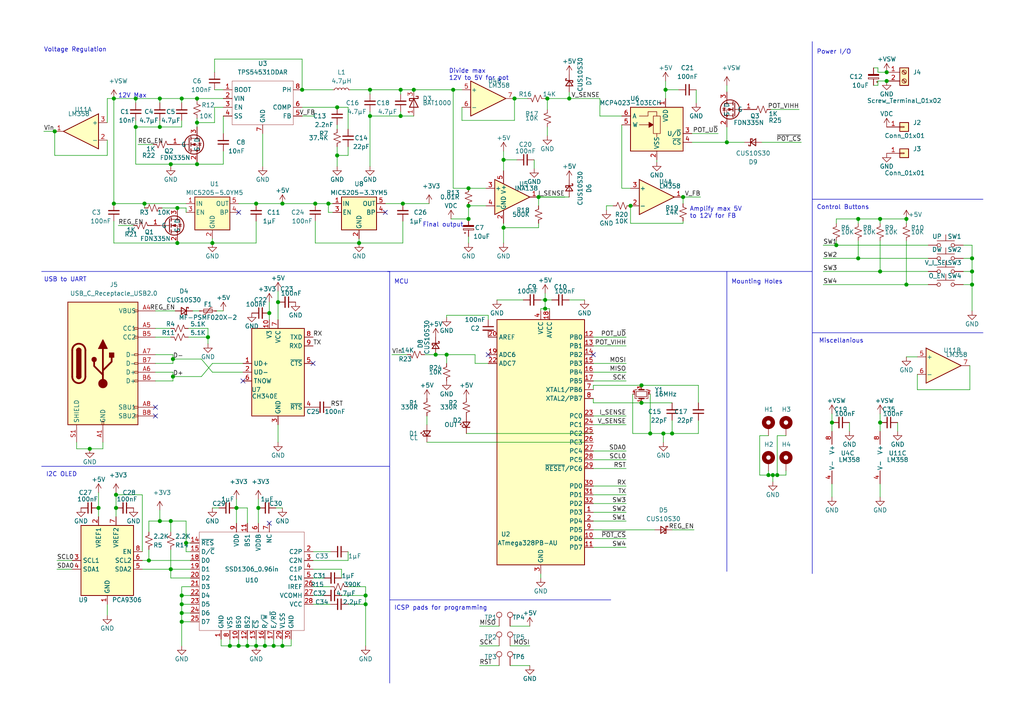
<source format=kicad_sch>
(kicad_sch (version 20200828) (generator eeschema)
  (page 1 1)
  (paper "A4")
  (title_block (title "Benchtop Power Supply") (date "2020-08-29") (rev "0.3") (company "adsehgal") (comment 1 "Aditya Sehgal"))
  (junction (at 15.875 38.1) (diameter 1.016))
  (junction (at 26.035 130.175) (diameter 1.016))
  (junction (at 28.575 147.32) (diameter 1.016))
  (junction (at 33.02 28.575) (diameter 1.016))
  (junction (at 33.02 59.055) (diameter 1.016))
  (junction (at 33.655 143.51) (diameter 1.016))
  (junction (at 33.655 147.32) (diameter 1.016))
  (junction (at 39.37 28.575) (diameter 1.016))
  (junction (at 39.37 36.83) (diameter 1.016))
  (junction (at 41.91 59.055) (diameter 1.016))
  (junction (at 43.18 162.56) (diameter 1.016))
  (junction (at 46.355 28.575) (diameter 1.016))
  (junction (at 46.355 36.83) (diameter 1.016))
  (junction (at 46.355 151.13) (diameter 1.016))
  (junction (at 49.53 47.625) (diameter 1.016))
  (junction (at 49.53 151.13) (diameter 1.016))
  (junction (at 49.53 165.1) (diameter 1.016))
  (junction (at 50.165 104.14) (diameter 1.016))
  (junction (at 50.165 109.22) (diameter 1.016))
  (junction (at 51.435 60.325) (diameter 1.016))
  (junction (at 51.435 70.485) (diameter 1.016))
  (junction (at 52.705 28.575) (diameter 1.016))
  (junction (at 52.705 172.72) (diameter 1.016))
  (junction (at 52.705 175.26) (diameter 1.016))
  (junction (at 52.705 177.8) (diameter 1.016))
  (junction (at 52.705 180.34) (diameter 1.016))
  (junction (at 53.975 157.48) (diameter 1.016))
  (junction (at 57.15 28.575) (diameter 1.016))
  (junction (at 57.15 35.56) (diameter 1.016))
  (junction (at 57.15 47.625) (diameter 1.016))
  (junction (at 60.325 97.79) (diameter 1.016))
  (junction (at 61.595 70.485) (diameter 1.016))
  (junction (at 66.675 187.325) (diameter 1.016))
  (junction (at 68.58 147.32) (diameter 1.016))
  (junction (at 69.215 187.325) (diameter 1.016))
  (junction (at 71.755 187.325) (diameter 1.016))
  (junction (at 74.295 59.055) (diameter 1.016))
  (junction (at 74.295 187.325) (diameter 1.016))
  (junction (at 74.93 147.32) (diameter 1.016))
  (junction (at 76.835 187.325) (diameter 1.016))
  (junction (at 78.105 90.805) (diameter 1.016))
  (junction (at 79.375 187.325) (diameter 1.016))
  (junction (at 80.645 87.63) (diameter 1.016))
  (junction (at 81.915 59.055) (diameter 1.016))
  (junction (at 81.915 187.325) (diameter 1.016))
  (junction (at 87.63 26.035) (diameter 1.016))
  (junction (at 91.44 59.055) (diameter 1.016))
  (junction (at 95.25 59.055) (diameter 1.016))
  (junction (at 97.79 31.115) (diameter 1.016))
  (junction (at 97.79 45.085) (diameter 1.016))
  (junction (at 102.87 236.22) (diameter 1.016))
  (junction (at 104.14 70.485) (diameter 1.016))
  (junction (at 106.045 172.72) (diameter 1.016))
  (junction (at 106.045 175.26) (diameter 1.016))
  (junction (at 106.68 236.22) (diameter 1.016))
  (junction (at 107.315 26.035) (diameter 1.016))
  (junction (at 107.315 33.655) (diameter 1.016))
  (junction (at 116.205 26.035) (diameter 1.016))
  (junction (at 116.205 33.655) (diameter 1.016))
  (junction (at 116.84 59.055) (diameter 1.016))
  (junction (at 120.015 26.035) (diameter 1.016))
  (junction (at 126.365 102.87) (diameter 1.016))
  (junction (at 129.54 102.87) (diameter 1.016))
  (junction (at 131.445 26.035) (diameter 1.016))
  (junction (at 135.89 54.61) (diameter 1.016))
  (junction (at 135.89 59.69) (diameter 1.016))
  (junction (at 135.89 63.5) (diameter 1.016))
  (junction (at 146.05 46.355) (diameter 1.016))
  (junction (at 146.05 66.04) (diameter 1.016))
  (junction (at 149.225 28.575) (diameter 1.016))
  (junction (at 156.21 57.15) (diameter 1.016))
  (junction (at 158.115 86.995) (diameter 1.016))
  (junction (at 158.115 89.535) (diameter 1.016))
  (junction (at 158.75 28.575) (diameter 1.016))
  (junction (at 165.1 28.575) (diameter 1.016))
  (junction (at 182.88 59.69) (diameter 1.016))
  (junction (at 186.055 111.76) (diameter 1.016))
  (junction (at 186.055 116.84) (diameter 1.016))
  (junction (at 188.595 125.73) (diameter 1.016))
  (junction (at 192.405 125.73) (diameter 1.016))
  (junction (at 193.04 26.035) (diameter 1.016))
  (junction (at 194.945 125.73) (diameter 1.016))
  (junction (at 198.12 57.15) (diameter 1.016))
  (junction (at 210.82 41.275) (diameter 1.016))
  (junction (at 222.885 137.795) (diameter 1.016))
  (junction (at 224.155 137.795) (diameter 1.016))
  (junction (at 225.425 137.795) (diameter 1.016))
  (junction (at 241.3 122.555) (diameter 1.016))
  (junction (at 242.57 71.12) (diameter 1.016))
  (junction (at 248.92 63.5) (diameter 1.016))
  (junction (at 248.92 74.93) (diameter 1.016))
  (junction (at 255.27 63.5) (diameter 1.016))
  (junction (at 255.27 78.74) (diameter 1.016))
  (junction (at 255.27 122.555) (diameter 1.016))
  (junction (at 257.175 20.955) (diameter 1.016))
  (junction (at 257.175 23.495) (diameter 1.016))
  (junction (at 262.89 63.5) (diameter 1.016))
  (junction (at 262.89 82.55) (diameter 1.016))
  (junction (at 281.94 74.93) (diameter 1.016))
  (junction (at 281.94 78.74) (diameter 1.016))
  (junction (at 281.94 82.55) (diameter 1.016))
  (no_connect (at 90.805 105.41))
  (no_connect (at 141.605 102.87))
  (no_connect (at 111.76 61.595))
  (no_connect (at 172.085 102.87))
  (no_connect (at 70.485 110.49))
  (no_connect (at 45.085 118.11))
  (no_connect (at 45.085 120.65))
  (no_connect (at 78.105 151.765))
  (no_connect (at 69.215 61.595))
  (wire (pts (xy 12.7 38.1) (xy 15.875 38.1)))
  (wire (pts (xy 15.875 45.085) (xy 15.875 38.1)))
  (wire (pts (xy 16.51 162.56) (xy 20.955 162.56)))
  (wire (pts (xy 16.51 165.1) (xy 20.955 165.1)))
  (wire (pts (xy 22.225 128.27) (xy 22.225 130.175)))
  (wire (pts (xy 26.035 130.175) (xy 22.225 130.175)))
  (wire (pts (xy 26.035 130.175) (xy 29.845 130.175)))
  (wire (pts (xy 28.575 142.875) (xy 28.575 147.32)))
  (wire (pts (xy 28.575 147.32) (xy 28.575 149.86)))
  (wire (pts (xy 29.845 130.175) (xy 29.845 128.27)))
  (wire (pts (xy 31.115 28.575) (xy 33.02 28.575)))
  (wire (pts (xy 31.115 35.56) (xy 31.115 28.575)))
  (wire (pts (xy 31.115 40.64) (xy 31.115 45.085)))
  (wire (pts (xy 31.115 45.085) (xy 15.875 45.085)))
  (wire (pts (xy 31.115 178.435) (xy 31.115 175.26)))
  (wire (pts (xy 33.02 28.575) (xy 39.37 28.575)))
  (wire (pts (xy 33.02 59.055) (xy 33.02 28.575)))
  (wire (pts (xy 33.02 59.055) (xy 41.91 59.055)))
  (wire (pts (xy 33.02 64.135) (xy 33.02 70.485)))
  (wire (pts (xy 33.02 70.485) (xy 51.435 70.485)))
  (wire (pts (xy 33.655 142.875) (xy 33.655 143.51)))
  (wire (pts (xy 33.655 143.51) (xy 33.655 147.32)))
  (wire (pts (xy 33.655 147.32) (xy 33.655 149.86)))
  (wire (pts (xy 34.29 65.405) (xy 38.735 65.405)))
  (wire (pts (xy 39.37 28.575) (xy 39.37 29.845)))
  (wire (pts (xy 39.37 28.575) (xy 46.355 28.575)))
  (wire (pts (xy 39.37 34.925) (xy 39.37 36.83)))
  (wire (pts (xy 39.37 36.83) (xy 39.37 47.625)))
  (wire (pts (xy 39.37 36.83) (xy 46.355 36.83)))
  (wire (pts (xy 39.37 47.625) (xy 49.53 47.625)))
  (wire (pts (xy 40.005 41.91) (xy 44.45 41.91)))
  (wire (pts (xy 41.275 143.51) (xy 33.655 143.51)))
  (wire (pts (xy 41.275 160.02) (xy 41.275 143.51)))
  (wire (pts (xy 41.275 162.56) (xy 43.18 162.56)))
  (wire (pts (xy 41.275 165.1) (xy 49.53 165.1)))
  (wire (pts (xy 41.91 59.055) (xy 41.91 60.325)))
  (wire (pts (xy 41.91 59.055) (xy 53.975 59.055)))
  (wire (pts (xy 43.18 151.13) (xy 43.18 154.305)))
  (wire (pts (xy 43.18 159.385) (xy 43.18 162.56)))
  (wire (pts (xy 43.18 162.56) (xy 55.245 162.56)))
  (wire (pts (xy 45.085 97.79) (xy 49.53 97.79)))
  (wire (pts (xy 45.085 102.87) (xy 50.165 102.87)))
  (wire (pts (xy 45.085 107.95) (xy 50.165 107.95)))
  (wire (pts (xy 46.355 28.575) (xy 46.355 29.845)))
  (wire (pts (xy 46.355 28.575) (xy 52.705 28.575)))
  (wire (pts (xy 46.355 34.925) (xy 46.355 36.83)))
  (wire (pts (xy 46.355 36.83) (xy 52.705 36.83)))
  (wire (pts (xy 46.355 147.955) (xy 46.355 151.13)))
  (wire (pts (xy 46.355 151.13) (xy 43.18 151.13)))
  (wire (pts (xy 46.99 60.325) (xy 51.435 60.325)))
  (wire (pts (xy 49.53 47.625) (xy 49.53 48.26)))
  (wire (pts (xy 49.53 47.625) (xy 57.15 47.625)))
  (wire (pts (xy 49.53 95.25) (xy 45.085 95.25)))
  (wire (pts (xy 49.53 151.13) (xy 46.355 151.13)))
  (wire (pts (xy 49.53 154.305) (xy 49.53 151.13)))
  (wire (pts (xy 49.53 159.385) (xy 49.53 165.1)))
  (wire (pts (xy 49.53 165.1) (xy 55.245 165.1)))
  (wire (pts (xy 49.53 167.64) (xy 49.53 165.1)))
  (wire (pts (xy 50.165 102.87) (xy 50.165 104.14)))
  (wire (pts (xy 50.165 104.14) (xy 50.165 105.41)))
  (wire (pts (xy 50.165 104.14) (xy 58.42 104.14)))
  (wire (pts (xy 50.165 105.41) (xy 45.085 105.41)))
  (wire (pts (xy 50.165 107.95) (xy 50.165 109.22)))
  (wire (pts (xy 50.165 109.22) (xy 50.165 110.49)))
  (wire (pts (xy 50.165 110.49) (xy 45.085 110.49)))
  (wire (pts (xy 50.8 90.17) (xy 45.085 90.17)))
  (wire (pts (xy 51.435 70.485) (xy 61.595 70.485)))
  (wire (pts (xy 52.705 28.575) (xy 52.705 29.845)))
  (wire (pts (xy 52.705 28.575) (xy 57.15 28.575)))
  (wire (pts (xy 52.705 36.83) (xy 52.705 34.925)))
  (wire (pts (xy 52.705 170.18) (xy 52.705 172.72)))
  (wire (pts (xy 52.705 172.72) (xy 52.705 175.26)))
  (wire (pts (xy 52.705 172.72) (xy 55.245 172.72)))
  (wire (pts (xy 52.705 175.26) (xy 52.705 177.8)))
  (wire (pts (xy 52.705 175.26) (xy 55.245 175.26)))
  (wire (pts (xy 52.705 177.8) (xy 52.705 180.34)))
  (wire (pts (xy 52.705 177.8) (xy 55.245 177.8)))
  (wire (pts (xy 52.705 180.34) (xy 52.705 187.325)))
  (wire (pts (xy 52.705 180.34) (xy 55.245 180.34)))
  (wire (pts (xy 53.975 60.325) (xy 51.435 60.325)))
  (wire (pts (xy 53.975 61.595) (xy 53.975 60.325)))
  (wire (pts (xy 53.975 151.13) (xy 49.53 151.13)))
  (wire (pts (xy 53.975 157.48) (xy 53.975 151.13)))
  (wire (pts (xy 53.975 157.48) (xy 53.975 160.02)))
  (wire (pts (xy 54.61 95.25) (xy 60.325 95.25)))
  (wire (pts (xy 55.245 157.48) (xy 53.975 157.48)))
  (wire (pts (xy 55.245 160.02) (xy 53.975 160.02)))
  (wire (pts (xy 55.245 167.64) (xy 49.53 167.64)))
  (wire (pts (xy 55.245 170.18) (xy 52.705 170.18)))
  (wire (pts (xy 55.88 90.17) (xy 57.785 90.17)))
  (wire (pts (xy 57.15 28.575) (xy 57.15 29.21)))
  (wire (pts (xy 57.15 28.575) (xy 64.77 28.575)))
  (wire (pts (xy 57.15 34.29) (xy 57.15 35.56)))
  (wire (pts (xy 57.15 35.56) (xy 57.15 36.83)))
  (wire (pts (xy 57.15 35.56) (xy 62.23 35.56)))
  (wire (pts (xy 57.15 46.99) (xy 57.15 47.625)))
  (wire (pts (xy 57.15 47.625) (xy 64.77 47.625)))
  (wire (pts (xy 58.42 104.14) (xy 61.595 107.95)))
  (wire (pts (xy 58.42 109.22) (xy 50.165 109.22)))
  (wire (pts (xy 60.325 95.25) (xy 60.325 97.79)))
  (wire (pts (xy 60.325 97.79) (xy 54.61 97.79)))
  (wire (pts (xy 60.325 97.79) (xy 60.325 99.695)))
  (wire (pts (xy 61.595 69.215) (xy 61.595 70.485)))
  (wire (pts (xy 61.595 70.485) (xy 74.295 70.485)))
  (wire (pts (xy 61.595 105.41) (xy 58.42 109.22)))
  (wire (pts (xy 61.595 107.95) (xy 70.485 107.95)))
  (wire (pts (xy 61.595 147.32) (xy 63.5 147.32)))
  (wire (pts (xy 62.23 17.145) (xy 87.63 17.145)))
  (wire (pts (xy 62.23 20.955) (xy 62.23 17.145)))
  (wire (pts (xy 62.23 26.035) (xy 64.77 26.035)))
  (wire (pts (xy 62.23 31.115) (xy 64.77 31.115)))
  (wire (pts (xy 62.23 35.56) (xy 62.23 31.115)))
  (wire (pts (xy 62.865 90.17) (xy 64.77 90.17)))
  (wire (pts (xy 64.135 185.42) (xy 64.135 187.325)))
  (wire (pts (xy 64.135 187.325) (xy 66.675 187.325)))
  (wire (pts (xy 64.77 33.655) (xy 64.77 38.735)))
  (wire (pts (xy 64.77 43.815) (xy 64.77 47.625)))
  (wire (pts (xy 66.675 185.42) (xy 66.675 187.325)))
  (wire (pts (xy 66.675 187.325) (xy 69.215 187.325)))
  (wire (pts (xy 68.58 144.78) (xy 68.58 147.32)))
  (wire (pts (xy 68.58 147.32) (xy 68.58 151.765)))
  (wire (pts (xy 69.215 59.055) (xy 74.295 59.055)))
  (wire (pts (xy 69.215 185.42) (xy 69.215 187.325)))
  (wire (pts (xy 69.215 187.325) (xy 71.755 187.325)))
  (wire (pts (xy 70.485 105.41) (xy 61.595 105.41)))
  (wire (pts (xy 71.755 147.32) (xy 68.58 147.32)))
  (wire (pts (xy 71.755 151.765) (xy 71.755 147.32)))
  (wire (pts (xy 71.755 185.42) (xy 71.755 187.325)))
  (wire (pts (xy 71.755 187.325) (xy 74.295 187.325)))
  (wire (pts (xy 74.295 59.055) (xy 81.915 59.055)))
  (wire (pts (xy 74.295 70.485) (xy 74.295 64.135)))
  (wire (pts (xy 74.295 185.42) (xy 74.295 187.325)))
  (wire (pts (xy 74.295 187.325) (xy 76.835 187.325)))
  (wire (pts (xy 74.93 144.78) (xy 74.93 147.32)))
  (wire (pts (xy 74.93 147.32) (xy 74.93 151.765)))
  (wire (pts (xy 76.2 38.735) (xy 76.2 48.26)))
  (wire (pts (xy 76.835 185.42) (xy 76.835 187.325)))
  (wire (pts (xy 76.835 187.325) (xy 79.375 187.325)))
  (wire (pts (xy 78.105 87.63) (xy 78.105 90.805)))
  (wire (pts (xy 78.105 90.805) (xy 78.105 92.71)))
  (wire (pts (xy 79.375 185.42) (xy 79.375 187.325)))
  (wire (pts (xy 79.375 187.325) (xy 81.915 187.325)))
  (wire (pts (xy 80.645 84.455) (xy 80.645 87.63)))
  (wire (pts (xy 80.645 87.63) (xy 80.645 92.71)))
  (wire (pts (xy 80.645 128.27) (xy 80.645 123.19)))
  (wire (pts (xy 81.915 147.32) (xy 80.01 147.32)))
  (wire (pts (xy 81.915 185.42) (xy 81.915 187.325)))
  (wire (pts (xy 81.915 187.325) (xy 84.455 187.325)))
  (wire (pts (xy 84.455 185.42) (xy 84.455 187.325)))
  (wire (pts (xy 87.63 17.145) (xy 87.63 26.035)))
  (wire (pts (xy 87.63 26.035) (xy 96.52 26.035)))
  (wire (pts (xy 87.63 31.115) (xy 97.79 31.115)))
  (wire (pts (xy 87.63 33.655) (xy 91.44 33.655)))
  (wire (pts (xy 90.805 162.56) (xy 100.965 162.56)))
  (wire (pts (xy 90.805 165.1) (xy 99.06 165.1)))
  (wire (pts (xy 90.805 170.18) (xy 95.885 170.18)))
  (wire (pts (xy 90.805 175.26) (xy 95.885 175.26)))
  (wire (pts (xy 91.44 59.055) (xy 81.915 59.055)))
  (wire (pts (xy 91.44 59.055) (xy 95.25 59.055)))
  (wire (pts (xy 91.44 64.135) (xy 91.44 70.485)))
  (wire (pts (xy 91.44 70.485) (xy 104.14 70.485)))
  (wire (pts (xy 93.98 167.64) (xy 90.805 167.64)))
  (wire (pts (xy 93.98 172.72) (xy 90.805 172.72)))
  (wire (pts (xy 95.25 59.055) (xy 96.52 59.055)))
  (wire (pts (xy 95.25 61.595) (xy 95.25 59.055)))
  (wire (pts (xy 95.885 160.02) (xy 90.805 160.02)))
  (wire (pts (xy 96.52 61.595) (xy 95.25 61.595)))
  (wire (pts (xy 97.79 36.195) (xy 97.79 37.465)))
  (wire (pts (xy 97.79 45.085) (xy 97.79 42.545)))
  (wire (pts (xy 97.79 45.085) (xy 97.79 48.26)))
  (wire (pts (xy 99.06 165.1) (xy 99.06 167.64)))
  (wire (pts (xy 99.06 172.72) (xy 106.045 172.72)))
  (wire (pts (xy 99.06 236.22) (xy 102.87 236.22)))
  (wire (pts (xy 100.965 31.115) (xy 97.79 31.115)))
  (wire (pts (xy 100.965 37.465) (xy 100.965 31.115)))
  (wire (pts (xy 100.965 42.545) (xy 100.965 45.085)))
  (wire (pts (xy 100.965 45.085) (xy 97.79 45.085)))
  (wire (pts (xy 100.965 162.56) (xy 100.965 160.02)))
  (wire (pts (xy 100.965 170.18) (xy 106.045 170.18)))
  (wire (pts (xy 100.965 175.26) (xy 106.045 175.26)))
  (wire (pts (xy 101.6 26.035) (xy 107.315 26.035)))
  (wire (pts (xy 102.87 236.22) (xy 102.87 238.76)))
  (wire (pts (xy 102.87 236.22) (xy 106.68 236.22)))
  (wire (pts (xy 102.87 247.65) (xy 102.87 243.84)))
  (wire (pts (xy 104.14 69.215) (xy 104.14 70.485)))
  (wire (pts (xy 104.14 70.485) (xy 116.84 70.485)))
  (wire (pts (xy 106.045 170.18) (xy 106.045 172.72)))
  (wire (pts (xy 106.045 172.72) (xy 106.045 175.26)))
  (wire (pts (xy 106.045 175.26) (xy 106.045 187.325)))
  (wire (pts (xy 106.68 236.22) (xy 106.68 238.76)))
  (wire (pts (xy 106.68 236.22) (xy 115.57 236.22)))
  (wire (pts (xy 106.68 247.65) (xy 106.68 243.84)))
  (wire (pts (xy 107.315 26.035) (xy 107.315 27.305)))
  (wire (pts (xy 107.315 26.035) (xy 116.205 26.035)))
  (wire (pts (xy 107.315 32.385) (xy 107.315 33.655)))
  (wire (pts (xy 107.315 33.655) (xy 107.315 48.26)))
  (wire (pts (xy 110.49 233.68) (xy 115.57 233.68)))
  (wire (pts (xy 111.76 59.055) (xy 116.84 59.055)))
  (wire (pts (xy 113.665 102.87) (xy 118.11 102.87)))
  (wire (pts (xy 116.205 26.035) (xy 116.205 27.305)))
  (wire (pts (xy 116.205 26.035) (xy 120.015 26.035)))
  (wire (pts (xy 116.205 32.385) (xy 116.205 33.655)))
  (wire (pts (xy 116.205 33.655) (xy 107.315 33.655)))
  (wire (pts (xy 116.205 33.655) (xy 120.015 33.655)))
  (wire (pts (xy 116.84 59.055) (xy 124.46 59.055)))
  (wire (pts (xy 116.84 70.485) (xy 116.84 64.135)))
  (wire (pts (xy 120.015 26.035) (xy 131.445 26.035)))
  (wire (pts (xy 123.19 102.87) (xy 126.365 102.87)))
  (wire (pts (xy 123.825 120.65) (xy 123.825 123.19)))
  (wire (pts (xy 123.825 128.27) (xy 172.085 128.27)))
  (wire (pts (xy 126.365 102.87) (xy 129.54 102.87)))
  (wire (pts (xy 129.54 91.44) (xy 141.605 91.44)))
  (wire (pts (xy 129.54 92.075) (xy 129.54 91.44)))
  (wire (pts (xy 129.54 102.87) (xy 129.54 105.41)))
  (wire (pts (xy 129.54 102.87) (xy 137.795 102.87)))
  (wire (pts (xy 130.81 63.5) (xy 135.89 63.5)))
  (wire (pts (xy 131.445 26.035) (xy 131.445 54.61)))
  (wire (pts (xy 131.445 26.035) (xy 133.985 26.035)))
  (wire (pts (xy 131.445 54.61) (xy 135.89 54.61)))
  (wire (pts (xy 133.985 31.115) (xy 133.985 34.925)))
  (wire (pts (xy 133.985 34.925) (xy 149.225 34.925)))
  (wire (pts (xy 135.255 125.73) (xy 172.085 125.73)))
  (wire (pts (xy 135.89 54.61) (xy 140.97 54.61)))
  (wire (pts (xy 135.89 59.69) (xy 135.89 63.5)))
  (wire (pts (xy 135.89 59.69) (xy 140.97 59.69)))
  (wire (pts (xy 135.89 70.485) (xy 135.89 68.58)))
  (wire (pts (xy 137.795 102.87) (xy 137.795 105.41)))
  (wire (pts (xy 137.795 105.41) (xy 141.605 105.41)))
  (wire (pts (xy 139.065 181.61) (xy 144.78 181.61)))
  (wire (pts (xy 139.065 187.325) (xy 144.78 187.325)))
  (wire (pts (xy 139.065 193.04) (xy 144.78 193.04)))
  (wire (pts (xy 141.605 91.44) (xy 141.605 92.71)))
  (wire (pts (xy 144.145 86.995) (xy 151.765 86.995)))
  (wire (pts (xy 146.05 43.815) (xy 146.05 46.355)))
  (wire (pts (xy 146.05 46.355) (xy 146.05 49.53)))
  (wire (pts (xy 146.05 46.355) (xy 149.86 46.355)))
  (wire (pts (xy 146.05 66.04) (xy 146.05 64.77)))
  (wire (pts (xy 146.05 66.04) (xy 156.21 66.04)))
  (wire (pts (xy 146.05 70.485) (xy 146.05 66.04)))
  (wire (pts (xy 147.955 181.61) (xy 153.67 181.61)))
  (wire (pts (xy 147.955 187.325) (xy 153.67 187.325)))
  (wire (pts (xy 147.955 193.04) (xy 153.67 193.04)))
  (wire (pts (xy 149.225 28.575) (xy 153.035 28.575)))
  (wire (pts (xy 149.225 34.925) (xy 149.225 28.575)))
  (wire (pts (xy 154.94 46.355) (xy 154.94 48.895)))
  (wire (pts (xy 156.21 57.15) (xy 156.21 59.69)))
  (wire (pts (xy 156.21 57.15) (xy 163.83 57.15)))
  (wire (pts (xy 156.21 57.15) (xy 165.1 57.15)))
  (wire (pts (xy 156.21 64.77) (xy 156.21 66.04)))
  (wire (pts (xy 156.845 89.535) (xy 158.115 89.535)))
  (wire (pts (xy 156.845 90.17) (xy 156.845 89.535)))
  (wire (pts (xy 156.845 167.64) (xy 156.845 166.37)))
  (wire (pts (xy 158.115 28.575) (xy 158.75 28.575)))
  (wire (pts (xy 158.115 85.09) (xy 158.115 86.995)))
  (wire (pts (xy 158.115 86.995) (xy 156.845 86.995)))
  (wire (pts (xy 158.115 86.995) (xy 158.115 89.535)))
  (wire (pts (xy 158.115 86.995) (xy 160.02 86.995)))
  (wire (pts (xy 158.115 89.535) (xy 159.385 89.535)))
  (wire (pts (xy 158.75 28.575) (xy 158.75 31.75)))
  (wire (pts (xy 158.75 28.575) (xy 165.1 28.575)))
  (wire (pts (xy 158.75 36.83) (xy 158.75 39.37)))
  (wire (pts (xy 159.385 89.535) (xy 159.385 90.17)))
  (wire (pts (xy 165.1 26.67) (xy 165.1 28.575)))
  (wire (pts (xy 165.1 28.575) (xy 173.99 28.575)))
  (wire (pts (xy 165.1 86.995) (xy 169.545 86.995)))
  (wire (pts (xy 172.085 97.79) (xy 181.61 97.79)))
  (wire (pts (xy 172.085 100.33) (xy 181.61 100.33)))
  (wire (pts (xy 172.085 105.41) (xy 181.61 105.41)))
  (wire (pts (xy 172.085 107.95) (xy 181.61 107.95)))
  (wire (pts (xy 172.085 110.49) (xy 181.61 110.49)))
  (wire (pts (xy 172.085 111.76) (xy 172.085 113.03)))
  (wire (pts (xy 172.085 111.76) (xy 186.055 111.76)))
  (wire (pts (xy 172.085 115.57) (xy 172.085 116.84)))
  (wire (pts (xy 172.085 116.84) (xy 186.055 116.84)))
  (wire (pts (xy 172.085 120.65) (xy 181.61 120.65)))
  (wire (pts (xy 172.085 123.19) (xy 181.61 123.19)))
  (wire (pts (xy 172.085 130.81) (xy 181.61 130.81)))
  (wire (pts (xy 172.085 133.35) (xy 181.61 133.35)))
  (wire (pts (xy 172.085 135.89) (xy 181.61 135.89)))
  (wire (pts (xy 172.085 140.97) (xy 181.61 140.97)))
  (wire (pts (xy 172.085 143.51) (xy 181.61 143.51)))
  (wire (pts (xy 172.085 146.05) (xy 181.61 146.05)))
  (wire (pts (xy 172.085 148.59) (xy 181.61 148.59)))
  (wire (pts (xy 172.085 151.13) (xy 181.61 151.13)))
  (wire (pts (xy 172.085 153.67) (xy 189.865 153.67)))
  (wire (pts (xy 172.085 156.21) (xy 181.61 156.21)))
  (wire (pts (xy 172.085 158.75) (xy 181.61 158.75)))
  (wire (pts (xy 173.99 28.575) (xy 173.99 33.655)))
  (wire (pts (xy 173.99 33.655) (xy 180.34 33.655)))
  (wire (pts (xy 175.895 59.69) (xy 175.895 60.96)))
  (wire (pts (xy 175.895 59.69) (xy 177.8 59.69)))
  (wire (pts (xy 180.34 54.61) (xy 180.34 36.195)))
  (wire (pts (xy 182.88 54.61) (xy 180.34 54.61)))
  (wire (pts (xy 182.88 64.77) (xy 182.88 59.69)))
  (wire (pts (xy 183.515 114.3) (xy 183.515 125.73)))
  (wire (pts (xy 183.515 125.73) (xy 188.595 125.73)))
  (wire (pts (xy 186.055 116.84) (xy 194.945 116.84)))
  (wire (pts (xy 188.595 114.3) (xy 188.595 125.73)))
  (wire (pts (xy 188.595 125.73) (xy 192.405 125.73)))
  (wire (pts (xy 190.5 46.355) (xy 190.5 46.99)))
  (wire (pts (xy 192.405 125.73) (xy 192.405 128.27)))
  (wire (pts (xy 192.405 125.73) (xy 194.945 125.73)))
  (wire (pts (xy 193.04 23.495) (xy 193.04 26.035)))
  (wire (pts (xy 193.04 26.035) (xy 193.04 28.575)))
  (wire (pts (xy 193.04 26.035) (xy 196.85 26.035)))
  (wire (pts (xy 194.945 121.92) (xy 194.945 125.73)))
  (wire (pts (xy 194.945 125.73) (xy 202.565 125.73)))
  (wire (pts (xy 194.945 153.67) (xy 201.295 153.67)))
  (wire (pts (xy 198.12 57.15) (xy 198.12 59.055)))
  (wire (pts (xy 198.12 57.15) (xy 203.2 57.15)))
  (wire (pts (xy 198.12 64.135) (xy 198.12 64.77)))
  (wire (pts (xy 198.12 64.77) (xy 182.88 64.77)))
  (wire (pts (xy 200.66 38.735) (xy 208.28 38.735)))
  (wire (pts (xy 200.66 41.275) (xy 210.82 41.275)))
  (wire (pts (xy 201.93 26.035) (xy 201.93 29.845)))
  (wire (pts (xy 202.565 111.76) (xy 186.055 111.76)))
  (wire (pts (xy 202.565 116.84) (xy 202.565 111.76)))
  (wire (pts (xy 202.565 125.73) (xy 202.565 121.92)))
  (wire (pts (xy 210.82 24.765) (xy 210.82 26.67)))
  (wire (pts (xy 210.82 36.83) (xy 210.82 41.275)))
  (wire (pts (xy 210.82 41.275) (xy 215.9 41.275)))
  (wire (pts (xy 220.345 126.365) (xy 220.345 137.795)))
  (wire (pts (xy 220.345 137.795) (xy 222.885 137.795)))
  (wire (pts (xy 220.98 41.275) (xy 232.41 41.275)))
  (wire (pts (xy 222.885 126.365) (xy 220.345 126.365)))
  (wire (pts (xy 222.885 136.525) (xy 222.885 137.795)))
  (wire (pts (xy 222.885 137.795) (xy 224.155 137.795)))
  (wire (pts (xy 223.52 31.75) (xy 231.775 31.75)))
  (wire (pts (xy 224.155 137.795) (xy 224.155 139.7)))
  (wire (pts (xy 224.155 137.795) (xy 225.425 137.795)))
  (wire (pts (xy 225.425 126.365) (xy 225.425 137.795)))
  (wire (pts (xy 225.425 137.795) (xy 227.965 137.795)))
  (wire (pts (xy 227.965 126.365) (xy 225.425 126.365)))
  (wire (pts (xy 227.965 137.795) (xy 227.965 136.525)))
  (wire (pts (xy 238.76 71.12) (xy 242.57 71.12)))
  (wire (pts (xy 238.76 74.93) (xy 248.92 74.93)))
  (wire (pts (xy 238.76 78.74) (xy 255.27 78.74)))
  (wire (pts (xy 238.76 82.55) (xy 262.89 82.55)))
  (wire (pts (xy 241.3 120.015) (xy 241.3 122.555)))
  (wire (pts (xy 241.3 122.555) (xy 241.3 125.095)))
  (wire (pts (xy 241.3 144.145) (xy 241.3 140.335)))
  (wire (pts (xy 242.57 63.5) (xy 248.92 63.5)))
  (wire (pts (xy 242.57 64.77) (xy 242.57 63.5)))
  (wire (pts (xy 242.57 69.85) (xy 242.57 71.12)))
  (wire (pts (xy 242.57 71.12) (xy 269.24 71.12)))
  (wire (pts (xy 246.38 122.555) (xy 246.38 125.095)))
  (wire (pts (xy 248.92 63.5) (xy 248.92 64.77)))
  (wire (pts (xy 248.92 63.5) (xy 255.27 63.5)))
  (wire (pts (xy 248.92 69.85) (xy 248.92 74.93)))
  (wire (pts (xy 253.365 19.685) (xy 254.635 19.685)))
  (wire (pts (xy 253.365 24.765) (xy 254.635 24.765)))
  (wire (pts (xy 254.635 19.685) (xy 254.635 20.955)))
  (wire (pts (xy 254.635 20.955) (xy 257.175 20.955)))
  (wire (pts (xy 254.635 23.495) (xy 257.175 23.495)))
  (wire (pts (xy 254.635 24.765) (xy 254.635 23.495)))
  (wire (pts (xy 255.27 63.5) (xy 255.27 64.77)))
  (wire (pts (xy 255.27 63.5) (xy 262.89 63.5)))
  (wire (pts (xy 255.27 69.85) (xy 255.27 78.74)))
  (wire (pts (xy 255.27 78.74) (xy 269.24 78.74)))
  (wire (pts (xy 255.27 120.015) (xy 255.27 122.555)))
  (wire (pts (xy 255.27 122.555) (xy 255.27 125.095)))
  (wire (pts (xy 255.27 140.335) (xy 255.27 144.145)))
  (wire (pts (xy 260.35 122.555) (xy 260.35 125.095)))
  (wire (pts (xy 262.89 63.5) (xy 262.89 64.77)))
  (wire (pts (xy 262.89 69.85) (xy 262.89 82.55)))
  (wire (pts (xy 262.89 82.55) (xy 269.24 82.55)))
  (wire (pts (xy 262.89 103.505) (xy 266.065 103.505)))
  (wire (pts (xy 266.065 113.03) (xy 266.065 108.585)))
  (wire (pts (xy 269.24 74.93) (xy 248.92 74.93)))
  (wire (pts (xy 279.4 71.12) (xy 281.94 71.12)))
  (wire (pts (xy 279.4 74.93) (xy 281.94 74.93)))
  (wire (pts (xy 279.4 78.74) (xy 281.94 78.74)))
  (wire (pts (xy 281.305 106.045) (xy 281.305 113.03)))
  (wire (pts (xy 281.305 113.03) (xy 266.065 113.03)))
  (wire (pts (xy 281.94 71.12) (xy 281.94 74.93)))
  (wire (pts (xy 281.94 74.93) (xy 281.94 78.74)))
  (wire (pts (xy 281.94 78.74) (xy 281.94 82.55)))
  (wire (pts (xy 281.94 82.55) (xy 279.4 82.55)))
  (wire (pts (xy 281.94 82.55) (xy 281.94 90.17)))
  (polyline (pts (xy 12.065 78.74) (xy 113.03 78.74)) (stroke (width 0) (type solid)))
  (polyline (pts (xy 112.395 78.74) (xy 235.585 78.74)) (stroke (width 0) (type solid)))
  (polyline (pts (xy 113.03 78.74) (xy 113.03 134.62)) (stroke (width 0) (type solid)))
  (polyline (pts (xy 113.03 134.62) (xy 113.03 198.12)) (stroke (width 0) (type solid)))
  (polyline (pts (xy 113.03 135.255) (xy 12.065 135.255)) (stroke (width 0) (type solid)))
  (polyline (pts (xy 113.03 173.99) (xy 177.165 173.99)) (stroke (width 0) (type solid)))
  (polyline (pts (xy 210.82 78.74) (xy 210.82 165.735)) (stroke (width 0) (type solid)))
  (polyline (pts (xy 235.585 12.065) (xy 235.585 57.785)) (stroke (width 0) (type solid)))
  (polyline (pts (xy 235.585 57.785) (xy 285.115 57.785)) (stroke (width 0) (type solid)))
  (polyline (pts (xy 235.585 78.74) (xy 235.585 57.785)) (stroke (width 0) (type solid)))
  (polyline (pts (xy 235.585 78.74) (xy 235.585 96.52)) (stroke (width 0) (type solid)))
  (polyline (pts (xy 235.585 96.52) (xy 235.585 166.37)) (stroke (width 0) (type solid)))
  (polyline (pts (xy 235.585 96.52) (xy 285.115 96.52)) (stroke (width 0) (type solid)))
  (text "Voltage Regulation" (at 12.7 15.24 0) (effects (font (size 1.27 1.27)) (justify left bottom)))
  (text "USB to UART" (at 12.7 81.915 0) (effects (font (size 1.27 1.27)) (justify left bottom)))
  (text "I2C OLED" (at 13.335 138.43 0) (effects (font (size 1.27 1.27)) (justify left bottom)))
  (text "12V Max" (at 42.545 28.575 180) (effects (font (size 1.27 1.27)) (justify right bottom)))
  (text "MCU" (at 114.3 82.55 0) (effects (font (size 1.27 1.27)) (justify left bottom)))
  (text "ICSP pads for programming" (at 114.3 177.165 0) (effects (font (size 1.27 1.27)) (justify left bottom)))
  (text "Final output" (at 122.555 66.04 0) (effects (font (size 1.27 1.27)) (justify left bottom)))
  (text "Divide max \n12V to 5V for pot" (at 130.175 23.495 0) (effects (font (size 1.27 1.27)) (justify left bottom)))
  (text "Amplify max 5V \nto 12V for FB" (at 200.025 63.5 0) (effects (font (size 1.27 1.27)) (justify left bottom)))
  (text "Mounting Holes" (at 212.09 82.55 0) (effects (font (size 1.27 1.27)) (justify left bottom)))
  (text "Power I/O" (at 236.855 15.875 0) (effects (font (size 1.27 1.27)) (justify left bottom)))
  (text "Control Buttons" (at 236.855 60.96 0) (effects (font (size 1.27 1.27)) (justify left bottom)))
  (text "Miscellanious" (at 237.49 99.695 0) (effects (font (size 1.27 1.27)) (justify left bottom)))
  (label "Vin" (at 12.7 38.1 0))
  (label "SCL0" (at 16.51 162.56 0))
  (label "SDA0" (at 16.51 165.1 0))
  (label "REG_EN" (at 34.29 65.405 0))
  (label "REG_EN" (at 40.005 41.91 0))
  (label "D-" (at 50.165 104.14 0))
  (label "D+" (at 50.165 109.22 0))
  (label "REG_EN" (at 50.8 90.17 180))
  (label "RX" (at 90.805 97.79 0))
  (label "TX" (at 90.805 100.33 0))
  (label "V_FB" (at 91.44 33.655 180))
  (label "RST" (at 95.885 118.11 0))
  (label "Vin" (at 113.665 102.87 0))
  (label "MISO" (at 139.065 181.61 0))
  (label "SCK" (at 139.065 187.325 0))
  (label "RST" (at 139.065 193.04 0))
  (label "MOSI" (at 153.67 187.325 180))
  (label "I_SENSE" (at 163.83 57.15 180))
  (label "V_SENSE" (at 173.99 28.575 180))
  (label "POT_U~D" (at 181.61 97.79 180))
  (label "POT_VIHH" (at 181.61 100.33 180))
  (label "MOSI" (at 181.61 105.41 180))
  (label "MISO" (at 181.61 107.95 180))
  (label "SCK" (at 181.61 110.49 180))
  (label "I_SENSE" (at 181.61 120.65 180))
  (label "V_SENSE" (at 181.61 123.19 180))
  (label "SDA0" (at 181.61 130.81 180))
  (label "SCL0" (at 181.61 133.35 180))
  (label "RST" (at 181.61 135.89 180))
  (label "RX" (at 181.61 140.97 180))
  (label "TX" (at 181.61 143.51 180))
  (label "SW3" (at 181.61 146.05 180))
  (label "SW2" (at 181.61 148.59 180))
  (label "SW1" (at 181.61 151.13 180))
  (label "~POT_CS" (at 181.61 156.21 180))
  (label "SW4" (at 181.61 158.75 180))
  (label "REG_EN" (at 201.295 153.67 180))
  (label "V_FB" (at 203.2 57.15 180))
  (label "POT_U~D" (at 208.28 38.735 180))
  (label "POT_VIHH" (at 231.775 31.75 180))
  (label "~POT_CS" (at 232.41 41.275 180))
  (label "SW1" (at 238.76 71.12 0))
  (label "SW2" (at 238.76 74.93 0))
  (label "SW3" (at 238.76 78.74 0))
  (label "SW4" (at 238.76 82.55 0))
  (symbol (lib_id "Device:L_Small") (at 99.06 26.035 90) (unit 1)
    (property "Reference" "L1" (at 99.06 20.955 90))
    (property "Value" "4.7µH" (at 99.06 23.495 90))
    (property "Footprint" "Inductor_SMD:L_Bourns_SRR1260" (effects hide))
  )
  (symbol (lib_id "Connector:TestPoint") (at 144.78 181.61 0) (mirror y) (unit 1)
    (property "Reference" "TP1" (at 144.145 179.07 0) (effects (justify left)))
    (property "Value" "TestPoint" (effects hide))
    (property "Footprint" "TestPoint:TestPoint_Pad_D1.0mm" (effects hide))
  )
  (symbol (lib_id "Connector:TestPoint") (at 144.78 187.325 0) (mirror y) (unit 1)
    (property "Reference" "TP2" (at 144.145 184.785 0) (effects (justify left)))
    (property "Value" "TestPoint" (effects hide))
    (property "Footprint" "TestPoint:TestPoint_Pad_D1.0mm" (effects hide))
  )
  (symbol (lib_id "Connector:TestPoint") (at 144.78 193.04 0) (mirror y) (unit 1)
    (property "Reference" "TP3" (at 144.145 190.5 0) (effects (justify left)))
    (property "Value" "TestPoint" (effects hide))
    (property "Footprint" "TestPoint:TestPoint_Pad_D1.0mm" (effects hide))
  )
  (symbol (lib_id "Connector:TestPoint") (at 147.955 181.61 0) (unit 1)
    (property "Reference" "TP4" (at 148.59 179.07 0) (effects (justify left)))
    (property "Value" "TestPoint" (effects hide))
    (property "Footprint" "TestPoint:TestPoint_Pad_D1.0mm" (effects hide))
  )
  (symbol (lib_id "Connector:TestPoint") (at 147.955 187.325 0) (unit 1)
    (property "Reference" "TP5" (at 148.59 184.785 0) (effects (justify left)))
    (property "Value" "TestPoint" (effects hide))
    (property "Footprint" "TestPoint:TestPoint_Pad_D1.0mm" (effects hide))
  )
  (symbol (lib_id "Connector:TestPoint") (at 147.955 193.04 0) (unit 1)
    (property "Reference" "TP6" (at 148.59 190.5 0) (effects (justify left)))
    (property "Value" "TestPoint" (effects hide))
    (property "Footprint" "TestPoint:TestPoint_Pad_D1.0mm" (effects hide))
  )
  (symbol (lib_id "power:+5V") (at 28.575 142.875 0) (unit 1)
    (property "Reference" "#PWR0157" (effects hide))
    (property "Value" "+5V" (at 28.575 139.065 0))
  )
  (symbol (lib_id "power:+VSW") (at 33.02 28.575 0) (unit 1)
    (property "Reference" "#PWR0111" (effects hide))
    (property "Value" "+VSW" (at 34.29 23.495 0))
  )
  (symbol (lib_id "power:+3V3") (at 33.655 142.875 0) (unit 1)
    (property "Reference" "#PWR0158" (effects hide))
    (property "Value" "+3V3" (at 34.29 137.795 0))
  )
  (symbol (lib_id "power:+3V3") (at 46.355 147.955 0) (unit 1)
    (property "Reference" "#PWR0160" (effects hide))
    (property "Value" "+3V3" (at 46.99 142.875 0))
  )
  (symbol (lib_id "power:+5V") (at 64.77 90.17 0) (unit 1)
    (property "Reference" "#PWR0151" (effects hide))
    (property "Value" "+5V" (at 64.77 86.36 0))
  )
  (symbol (lib_id "power:+3V3") (at 68.58 144.78 0) (unit 1)
    (property "Reference" "#PWR0165" (effects hide))
    (property "Value" "+3V3" (at 69.215 139.7 0))
  )
  (symbol (lib_id "power:+3V3") (at 74.93 144.78 0) (unit 1)
    (property "Reference" "#PWR0164" (effects hide))
    (property "Value" "+3V3" (at 75.565 139.7 0))
  )
  (symbol (lib_id "power:+3V3") (at 78.105 87.63 0) (unit 1)
    (property "Reference" "#PWR0138" (effects hide))
    (property "Value" "+3V3" (at 77.47 83.82 0))
  )
  (symbol (lib_id "power:+5V") (at 80.645 84.455 0) (unit 1)
    (property "Reference" "#PWR0146" (effects hide))
    (property "Value" "+5V" (at 80.645 80.645 0))
  )
  (symbol (lib_id "power:+5V") (at 81.915 59.055 0) (unit 1)
    (property "Reference" "#PWR0112" (effects hide))
    (property "Value" "+5V" (at 81.915 55.245 0))
  )
  (symbol (lib_id "power:+3V3") (at 99.06 236.22 0) (unit 1)
    (property "Reference" "#PWR?" (effects hide))
    (property "Value" "+3V3" (at 98.425 232.41 0))
  )
  (symbol (lib_id "power:+5V") (at 123.825 115.57 0) (unit 1)
    (property "Reference" "#PWR0137" (effects hide))
    (property "Value" "+5V" (at 123.825 111.76 0))
  )
  (symbol (lib_id "power:+3V3") (at 124.46 59.055 0) (unit 1)
    (property "Reference" "#PWR0134" (effects hide))
    (property "Value" "+3V3" (at 125.095 53.975 0))
  )
  (symbol (lib_id "power:+5V") (at 126.365 97.79 0) (unit 1)
    (property "Reference" "#PWR0142" (effects hide))
    (property "Value" "+5V" (at 126.365 93.98 0))
  )
  (symbol (lib_id "power:VDC") (at 130.81 63.5 0) (mirror y) (unit 1)
    (property "Reference" "#PWR0133" (effects hide))
    (property "Value" "VDC" (at 130.81 59.69 0))
  )
  (symbol (lib_id "power:+5V") (at 135.255 115.57 0) (unit 1)
    (property "Reference" "#PWR0136" (effects hide))
    (property "Value" "+5V" (at 135.255 111.76 0))
  )
  (symbol (lib_id "power:+5V") (at 146.05 43.815 0) (unit 1)
    (property "Reference" "#PWR0125" (effects hide))
    (property "Value" "+5V" (at 146.05 40.005 0))
  )
  (symbol (lib_id "power:+5V") (at 153.67 181.61 0) (unit 1)
    (property "Reference" "#PWR0119" (effects hide))
    (property "Value" "+5V" (at 153.67 177.8 0))
  )
  (symbol (lib_id "power:+5V") (at 158.115 85.09 0) (unit 1)
    (property "Reference" "#PWR0110" (effects hide))
    (property "Value" "+5V" (at 158.115 81.28 0))
  )
  (symbol (lib_id "power:+5V") (at 165.1 21.59 0) (unit 1)
    (property "Reference" "#PWR0153" (effects hide))
    (property "Value" "+5V" (at 165.1 17.78 0))
  )
  (symbol (lib_id "power:+5V") (at 165.1 52.07 0) (mirror y) (unit 1)
    (property "Reference" "#PWR0152" (effects hide))
    (property "Value" "+5V" (at 165.1 48.26 0))
  )
  (symbol (lib_id "power:+5V") (at 193.04 23.495 0) (unit 1)
    (property "Reference" "#PWR0116" (effects hide))
    (property "Value" "+5V" (at 193.04 19.685 0))
  )
  (symbol (lib_id "power:+VSW") (at 210.82 24.765 0) (unit 1)
    (property "Reference" "#PWR0169" (effects hide))
    (property "Value" "+VSW" (at 212.09 19.685 0))
  )
  (symbol (lib_id "power:+VSW") (at 241.3 120.015 0) (unit 1)
    (property "Reference" "#PWR0108" (effects hide))
    (property "Value" "+VSW" (at 242.57 116.205 0))
  )
  (symbol (lib_id "power:+VSW") (at 255.27 120.015 0) (unit 1)
    (property "Reference" "#PWR0167" (effects hide))
    (property "Value" "+VSW" (at 256.54 116.205 0))
  )
  (symbol (lib_id "power:+VSW") (at 257.175 20.955 0) (unit 1)
    (property "Reference" "#PWR0128" (effects hide))
    (property "Value" "+VSW" (at 257.175 17.145 0))
  )
  (symbol (lib_id "power:VDC") (at 257.175 36.83 0) (unit 1)
    (property "Reference" "#PWR0129" (effects hide))
    (property "Value" "VDC" (at 257.175 33.02 0))
  )
  (symbol (lib_id "power:+5V") (at 262.89 63.5 0) (unit 1)
    (property "Reference" "#PWR0135" (effects hide))
    (property "Value" "+5V" (at 265.43 62.23 0))
  )
  (symbol (lib_id "power:GND") (at 23.495 147.32 0) (unit 1)
    (property "Reference" "#PWR0159" (effects hide))
    (property "Value" "GND" (at 23.495 151.13 0))
  )
  (symbol (lib_id "power:GND") (at 26.035 130.175 0) (unit 1)
    (property "Reference" "#PWR0147" (effects hide))
    (property "Value" "GND" (at 26.035 133.985 0))
  )
  (symbol (lib_id "power:GND") (at 31.115 178.435 0) (unit 1)
    (property "Reference" "#PWR0161" (effects hide))
    (property "Value" "GND" (at 31.115 182.245 0))
  )
  (symbol (lib_id "power:GND") (at 38.735 147.32 0) (unit 1)
    (property "Reference" "#PWR0162" (effects hide))
    (property "Value" "GND" (at 38.735 151.13 0))
  )
  (symbol (lib_id "power:GND") (at 49.53 48.26 0) (unit 1)
    (property "Reference" "#PWR0102" (effects hide))
    (property "Value" "GND" (at 49.53 52.07 0))
  )
  (symbol (lib_id "power:GND") (at 52.705 187.325 0) (unit 1)
    (property "Reference" "#PWR0155" (effects hide))
    (property "Value" "GND" (at 52.705 191.135 0))
  )
  (symbol (lib_id "power:GND") (at 60.325 99.695 0) (unit 1)
    (property "Reference" "#PWR0150" (effects hide))
    (property "Value" "GND" (at 60.325 103.505 0))
  )
  (symbol (lib_id "power:GND") (at 61.595 70.485 0) (unit 1)
    (property "Reference" "#PWR0106" (effects hide))
    (property "Value" "GND" (at 61.595 74.295 0))
  )
  (symbol (lib_id "power:GND") (at 61.595 147.32 0) (mirror y) (unit 1)
    (property "Reference" "#PWR0163" (effects hide))
    (property "Value" "GND" (at 61.595 151.13 0))
  )
  (symbol (lib_id "power:GND") (at 73.025 90.805 0) (unit 1)
    (property "Reference" "#PWR0149" (effects hide))
    (property "Value" "GND" (at 73.025 94.615 0))
  )
  (symbol (lib_id "power:GND") (at 74.295 187.325 0) (unit 1)
    (property "Reference" "#PWR0156" (effects hide))
    (property "Value" "GND" (at 74.295 191.135 0))
  )
  (symbol (lib_id "power:GND") (at 76.2 48.26 0) (unit 1)
    (property "Reference" "#PWR0101" (effects hide))
    (property "Value" "GND" (at 76.2 52.07 0))
  )
  (symbol (lib_id "power:GND") (at 80.645 128.27 0) (unit 1)
    (property "Reference" "#PWR0148" (effects hide))
    (property "Value" "GND" (at 80.645 132.08 0))
  )
  (symbol (lib_id "power:GND") (at 81.915 147.32 0) (unit 1)
    (property "Reference" "#PWR0166" (effects hide))
    (property "Value" "GND" (at 81.915 151.13 0))
  )
  (symbol (lib_id "power:GND") (at 85.725 87.63 0) (unit 1)
    (property "Reference" "#PWR0139" (effects hide))
    (property "Value" "GND" (at 85.725 91.44 0))
  )
  (symbol (lib_id "power:GND") (at 97.79 48.26 0) (unit 1)
    (property "Reference" "#PWR0122" (effects hide))
    (property "Value" "GND" (at 97.79 52.07 0))
  )
  (symbol (lib_id "power:GND") (at 102.87 247.65 0) (unit 1)
    (property "Reference" "#PWR?" (effects hide))
    (property "Value" "GND" (at 102.87 251.46 0))
  )
  (symbol (lib_id "power:GND") (at 104.14 70.485 0) (unit 1)
    (property "Reference" "#PWR0126" (effects hide))
    (property "Value" "GND" (at 104.14 74.295 0))
  )
  (symbol (lib_id "power:GND") (at 106.045 187.325 0) (unit 1)
    (property "Reference" "#PWR0154" (effects hide))
    (property "Value" "GND" (at 106.045 191.135 0))
  )
  (symbol (lib_id "power:GND") (at 106.68 247.65 0) (unit 1)
    (property "Reference" "#PWR?" (effects hide))
    (property "Value" "GND" (at 106.68 251.46 0))
  )
  (symbol (lib_id "power:GND") (at 107.315 48.26 0) (unit 1)
    (property "Reference" "#PWR0121" (effects hide))
    (property "Value" "GND" (at 107.315 52.07 0))
  )
  (symbol (lib_id "power:GND") (at 110.49 233.68 270) (unit 1)
    (property "Reference" "#PWR?" (effects hide))
    (property "Value" "GND" (at 106.68 233.68 0))
  )
  (symbol (lib_id "power:GND") (at 129.54 92.075 0) (unit 1)
    (property "Reference" "#PWR0104" (effects hide))
    (property "Value" "GND" (at 129.54 95.885 0))
  )
  (symbol (lib_id "power:GND") (at 129.54 110.49 0) (unit 1)
    (property "Reference" "#PWR0143" (effects hide))
    (property "Value" "GND" (at 129.54 114.3 0))
  )
  (symbol (lib_id "power:GND") (at 135.89 70.485 0) (mirror y) (unit 1)
    (property "Reference" "#PWR0141" (effects hide))
    (property "Value" "GND" (at 135.89 74.295 0))
  )
  (symbol (lib_id "power:GND") (at 144.145 86.995 0) (unit 1)
    (property "Reference" "#PWR0109" (effects hide))
    (property "Value" "GND" (at 144.145 90.805 0))
  )
  (symbol (lib_id "power:GND") (at 146.05 70.485 0) (unit 1)
    (property "Reference" "#PWR0127" (effects hide))
    (property "Value" "GND" (at 146.05 74.295 0))
  )
  (symbol (lib_id "power:GND") (at 153.67 193.04 0) (unit 1)
    (property "Reference" "#PWR0118" (effects hide))
    (property "Value" "GND" (at 153.67 196.85 0))
  )
  (symbol (lib_id "power:GND") (at 154.94 48.895 0) (unit 1)
    (property "Reference" "#PWR0124" (effects hide))
    (property "Value" "GND" (at 154.94 52.705 0))
  )
  (symbol (lib_id "power:GND") (at 156.845 167.64 0) (unit 1)
    (property "Reference" "#PWR0107" (effects hide))
    (property "Value" "GND" (at 156.845 171.45 0))
  )
  (symbol (lib_id "power:GND") (at 158.75 39.37 0) (unit 1)
    (property "Reference" "#PWR0114" (effects hide))
    (property "Value" "GND" (at 158.75 43.18 0))
  )
  (symbol (lib_id "power:GND") (at 169.545 86.995 0) (unit 1)
    (property "Reference" "#PWR0103" (effects hide))
    (property "Value" "GND" (at 169.545 90.805 0))
  )
  (symbol (lib_id "power:GND") (at 175.895 60.96 0) (unit 1)
    (property "Reference" "#PWR0132" (effects hide))
    (property "Value" "GND" (at 175.895 64.77 0))
  )
  (symbol (lib_id "power:GND") (at 190.5 46.99 0) (unit 1)
    (property "Reference" "#PWR0115" (effects hide))
    (property "Value" "GND" (at 190.5 50.8 0))
  )
  (symbol (lib_id "power:GND") (at 192.405 128.27 0) (unit 1)
    (property "Reference" "#PWR0120" (effects hide))
    (property "Value" "GND" (at 192.405 132.08 0))
  )
  (symbol (lib_id "power:GND") (at 201.93 29.845 0) (unit 1)
    (property "Reference" "#PWR0117" (effects hide))
    (property "Value" "GND" (at 201.93 33.655 0))
  )
  (symbol (lib_id "power:GND") (at 224.155 139.7 0) (unit 1)
    (property "Reference" "#PWR0140" (effects hide))
    (property "Value" "GND" (at 224.155 143.51 0))
  )
  (symbol (lib_id "power:GND") (at 241.3 144.145 0) (unit 1)
    (property "Reference" "#PWR0123" (effects hide))
    (property "Value" "GND" (at 241.3 147.955 0))
  )
  (symbol (lib_id "power:GND") (at 246.38 125.095 0) (unit 1)
    (property "Reference" "#PWR0113" (effects hide))
    (property "Value" "GND" (at 246.38 128.905 0))
  )
  (symbol (lib_id "power:GND") (at 255.27 144.145 0) (unit 1)
    (property "Reference" "#PWR0144" (effects hide))
    (property "Value" "GND" (at 255.27 147.955 0))
  )
  (symbol (lib_id "power:GND") (at 257.175 23.495 0) (unit 1)
    (property "Reference" "#PWR0130" (effects hide))
    (property "Value" "GND" (at 257.175 27.305 0))
  )
  (symbol (lib_id "power:GND") (at 257.175 44.45 0) (unit 1)
    (property "Reference" "#PWR0131" (effects hide))
    (property "Value" "GND" (at 257.175 48.26 0))
  )
  (symbol (lib_id "power:GND") (at 260.35 125.095 0) (unit 1)
    (property "Reference" "#PWR0145" (effects hide))
    (property "Value" "GND" (at 260.35 128.905 0))
  )
  (symbol (lib_id "power:GND") (at 262.89 103.505 0) (unit 1)
    (property "Reference" "#PWR0168" (effects hide))
    (property "Value" "GND" (at 262.89 107.315 0))
  )
  (symbol (lib_id "power:GND") (at 281.94 90.17 0) (unit 1)
    (property "Reference" "#PWR0105" (effects hide))
    (property "Value" "GND" (at 281.94 93.98 0))
  )
  (symbol (lib_id "Device:R_Small_US") (at 41.275 65.405 270) (mirror x) (unit 1)
    (property "Reference" "R21" (at 40.005 67.945 90) (effects (justify right)))
    (property "Value" "1K" (at 39.37 66.675 90) (effects (justify right)))
    (property "Footprint" "Resistor_SMD:R_0805_2012Metric" (effects hide))
  )
  (symbol (lib_id "Device:R_Small_US") (at 43.18 156.845 0) (mirror y) (unit 1)
    (property "Reference" "R5" (at 44.45 158.115 0) (effects (justify right)))
    (property "Value" "2.2K" (at 44.45 155.575 0) (effects (justify right)))
    (property "Footprint" "Resistor_SMD:R_0805_2012Metric" (effects hide))
  )
  (symbol (lib_id "Device:R_Small_US") (at 44.45 60.325 270) (unit 1)
    (property "Reference" "R3" (at 43.18 61.595 90) (effects (justify right)))
    (property "Value" "10K" (at 49.53 61.595 90) (effects (justify right)))
    (property "Footprint" "Resistor_SMD:R_0805_2012Metric" (effects hide))
  )
  (symbol (lib_id "Device:R_Small_US") (at 46.99 41.91 270) (mirror x) (unit 1)
    (property "Reference" "R22" (at 45.085 45.085 90) (effects (justify right)))
    (property "Value" "1K" (at 45.085 43.18 90) (effects (justify right)))
    (property "Footprint" "Resistor_SMD:R_0805_2012Metric" (effects hide))
  )
  (symbol (lib_id "Device:R_Small_US") (at 49.53 156.845 0) (mirror y) (unit 1)
    (property "Reference" "R14" (at 50.8 158.115 0) (effects (justify right)))
    (property "Value" "2.2K" (at 50.8 155.575 0) (effects (justify right)))
    (property "Footprint" "Resistor_SMD:R_0805_2012Metric" (effects hide))
  )
  (symbol (lib_id "Device:R_Small_US") (at 52.07 95.25 270) (mirror x) (unit 1)
    (property "Reference" "R4" (at 50.8 93.98 90) (effects (justify right)))
    (property "Value" "5.1K" (at 59.69 93.98 90) (effects (justify right)))
    (property "Footprint" "Resistor_SMD:R_0805_2012Metric" (effects hide))
  )
  (symbol (lib_id "Device:R_Small_US") (at 52.07 97.79 270) (mirror x) (unit 1)
    (property "Reference" "R11" (at 50.8 96.52 90) (effects (justify right)))
    (property "Value" "5.1K" (at 59.69 96.52 90) (effects (justify right)))
    (property "Footprint" "Resistor_SMD:R_0805_2012Metric" (effects hide))
  )
  (symbol (lib_id "Device:R_Small_US") (at 57.15 31.75 180) (unit 1)
    (property "Reference" "R12" (at 58.42 30.48 0) (effects (justify right)))
    (property "Value" "10K" (at 57.785 33.655 0) (effects (justify right)))
    (property "Footprint" "Resistor_SMD:R_0805_2012Metric" (effects hide))
  )
  (symbol (lib_id "Device:Polyfuse_Small") (at 60.325 90.17 90) (unit 1)
    (property "Reference" "F1" (at 60.325 88.265 90))
    (property "Value" "MF-PSMF020X-2" (at 60.325 92.075 90))
    (property "Footprint" "Fuse:Fuse_0805_2012Metric_Castellated" (effects hide))
    (property "Datasheet" "https://datasheet.lcsc.com/szlcsc/BOURNS-MF-PSMF020X-2_C89657.pdf" (effects hide))
  )
  (symbol (lib_id "Device:R_Small_US") (at 97.79 40.005 0) (mirror x) (unit 1)
    (property "Reference" "R7" (at 95.25 38.735 0) (effects (justify right)))
    (property "Value" "37.4K" (at 95.25 40.005 0) (effects (justify right)))
    (property "Footprint" "Resistor_SMD:R_0805_2012Metric" (effects hide))
  )
  (symbol (lib_id "Device:R_Small_US") (at 98.425 170.18 270) (mirror x) (unit 1)
    (property "Reference" "R15" (at 93.98 169.545 90) (effects (justify right)))
    (property "Value" "390K" (at 104.775 169.545 90) (effects (justify right)))
    (property "Footprint" "Resistor_SMD:R_0805_2012Metric" (effects hide))
  )
  (symbol (lib_id "Device:R_Small_US") (at 120.65 102.87 90) (mirror x) (unit 1)
    (property "Reference" "R23" (at 115.57 104.14 90) (effects (justify right)))
    (property "Value" "14K" (at 116.205 101.6 90) (effects (justify right)))
    (property "Footprint" "Resistor_SMD:R_0805_2012Metric" (effects hide))
  )
  (symbol (lib_id "Device:R_Small_US") (at 123.825 118.11 0) (mirror x) (unit 1)
    (property "Reference" "R1" (at 121.285 116.84 0) (effects (justify right)))
    (property "Value" "330R" (at 121.285 118.11 0) (effects (justify right)))
    (property "Footprint" "Resistor_SMD:R_0805_2012Metric" (effects hide))
  )
  (symbol (lib_id "Device:R_Small_US") (at 129.54 107.95 0) (mirror x) (unit 1)
    (property "Reference" "R24" (at 128.27 106.68 0) (effects (justify right)))
    (property "Value" "10K" (at 128.27 107.95 0) (effects (justify right)))
    (property "Footprint" "Resistor_SMD:R_0805_2012Metric" (effects hide))
  )
  (symbol (lib_id "Device:R_Small_US") (at 135.255 118.11 0) (mirror x) (unit 1)
    (property "Reference" "R2" (at 132.715 116.84 0) (effects (justify right)))
    (property "Value" "330R" (at 132.715 118.11 0) (effects (justify right)))
    (property "Footprint" "Resistor_SMD:R_0805_2012Metric" (effects hide))
  )
  (symbol (lib_id "Device:R_Small_US") (at 135.89 57.15 0) (mirror x) (unit 1)
    (property "Reference" "R13" (at 133.35 55.88 0) (effects (justify right)))
    (property "Value" "0.01R" (at 133.35 57.15 0) (effects (justify right)))
    (property "Footprint" "Resistor_SMD:R_1020_2550Metric" (effects hide))
  )
  (symbol (lib_id "Device:R_Small_US") (at 155.575 28.575 270) (mirror x) (unit 1)
    (property "Reference" "R16" (at 154.305 27.305 90) (effects (justify right)))
    (property "Value" "14K" (at 161.29 27.305 90) (effects (justify right)))
    (property "Footprint" "Resistor_SMD:R_0805_2012Metric" (effects hide))
  )
  (symbol (lib_id "Device:R_Small_US") (at 156.21 62.23 0) (mirror x) (unit 1)
    (property "Reference" "R18" (at 153.67 60.96 0) (effects (justify right)))
    (property "Value" "500K" (at 153.67 62.23 0) (effects (justify right)))
    (property "Footprint" "Resistor_SMD:R_0805_2012Metric" (effects hide))
  )
  (symbol (lib_id "Device:R_Small_US") (at 158.75 34.29 0) (mirror x) (unit 1)
    (property "Reference" "R17" (at 156.21 33.02 0) (effects (justify right)))
    (property "Value" "10K" (at 156.21 34.29 0) (effects (justify right)))
    (property "Footprint" "Resistor_SMD:R_0805_2012Metric" (effects hide))
  )
  (symbol (lib_id "Device:R_Small_US") (at 180.34 59.69 270) (unit 1)
    (property "Reference" "R20" (at 182.245 62.23 90) (effects (justify right)))
    (property "Value" "10K" (at 182.245 64.135 90) (effects (justify right)))
    (property "Footprint" "Resistor_SMD:R_0805_2012Metric" (effects hide))
  )
  (symbol (lib_id "Device:R_Small_US") (at 198.12 61.595 0) (unit 1)
    (property "Reference" "R19" (at 196.85 60.325 0) (effects (justify right)))
    (property "Value" "14K" (at 196.85 61.595 0) (effects (justify right)))
    (property "Footprint" "Resistor_SMD:R_0805_2012Metric" (effects hide))
  )
  (symbol (lib_id "Device:R_Small_US") (at 220.98 31.75 90) (unit 1)
    (property "Reference" "R25" (at 222.885 34.925 90) (effects (justify right)))
    (property "Value" "1K" (at 222.885 33.02 90) (effects (justify right)))
    (property "Footprint" "Resistor_SMD:R_0805_2012Metric" (effects hide))
  )
  (symbol (lib_id "Device:R_Small_US") (at 242.57 67.31 0) (mirror y) (unit 1)
    (property "Reference" "R6" (at 243.84 66.04 0) (effects (justify right)))
    (property "Value" "10K" (at 243.84 67.31 0) (effects (justify right)))
    (property "Footprint" "Resistor_SMD:R_0805_2012Metric" (effects hide))
  )
  (symbol (lib_id "Device:R_Small_US") (at 248.92 67.31 0) (mirror y) (unit 1)
    (property "Reference" "R8" (at 250.19 66.04 0) (effects (justify right)))
    (property "Value" "10K" (at 250.19 67.31 0) (effects (justify right)))
    (property "Footprint" "Resistor_SMD:R_0805_2012Metric" (effects hide))
  )
  (symbol (lib_id "Device:R_Small_US") (at 255.27 67.31 0) (mirror y) (unit 1)
    (property "Reference" "R9" (at 256.54 66.04 0) (effects (justify right)))
    (property "Value" "10K" (at 256.54 67.31 0) (effects (justify right)))
    (property "Footprint" "Resistor_SMD:R_0805_2012Metric" (effects hide))
  )
  (symbol (lib_id "Device:R_Small_US") (at 262.89 67.31 0) (mirror y) (unit 1)
    (property "Reference" "R10" (at 264.16 66.04 0) (effects (justify right)))
    (property "Value" "10K" (at 264.16 67.31 0) (effects (justify right)))
    (property "Footprint" "Resistor_SMD:R_0805_2012Metric" (effects hide))
  )
  (symbol (lib_id "Device:D_Schottky_Small") (at 53.34 90.17 0) (mirror y) (unit 1)
    (property "Reference" "D4" (at 53.34 84.455 0))
    (property "Value" "CUS10S30" (at 53.34 86.995 0))
    (property "Footprint" "Diode_SMD:D_SOD-323" (effects hide))
    (property "Datasheet" "https://datasheet.lcsc.com/szlcsc/1810181811_TOSHIBA-CUS10S30-H3F_C146335.pdf" (effects hide))
  )
  (symbol (lib_id "Device:D_Schottky_Small") (at 126.365 100.33 270) (unit 1)
    (property "Reference" "D8" (at 121.92 99.695 0))
    (property "Value" "CUS10S30" (at 123.825 97.79 0))
    (property "Footprint" "Diode_SMD:D_SOD-323" (effects hide))
    (property "Datasheet" "https://datasheet.lcsc.com/szlcsc/1810181811_TOSHIBA-CUS10S30-H3F_C146335.pdf" (effects hide))
  )
  (symbol (lib_id "Device:D_Schottky_Small") (at 165.1 24.13 90) (mirror x) (unit 1)
    (property "Reference" "D7" (at 170.815 23.495 0))
    (property "Value" "CUS10S30" (at 168.275 21.59 0))
    (property "Footprint" "Diode_SMD:D_SOD-323" (effects hide))
    (property "Datasheet" "https://datasheet.lcsc.com/szlcsc/1810181811_TOSHIBA-CUS10S30-H3F_C146335.pdf" (effects hide))
  )
  (symbol (lib_id "Device:D_Schottky_Small") (at 165.1 54.61 270) (unit 1)
    (property "Reference" "D6" (at 170.815 54.61 0))
    (property "Value" "CUS10S30" (at 168.275 54.61 0))
    (property "Footprint" "Diode_SMD:D_SOD-323" (effects hide))
    (property "Datasheet" "https://datasheet.lcsc.com/szlcsc/1810181811_TOSHIBA-CUS10S30-H3F_C146335.pdf" (effects hide))
  )
  (symbol (lib_id "Device:D_Schottky_Small") (at 192.405 153.67 0) (mirror y) (unit 1)
    (property "Reference" "D5" (at 192.405 147.955 0))
    (property "Value" "CUS10S30" (at 192.405 150.495 0))
    (property "Footprint" "Diode_SMD:D_SOD-323" (effects hide))
    (property "Datasheet" "https://datasheet.lcsc.com/szlcsc/1810181811_TOSHIBA-CUS10S30-H3F_C146335.pdf" (effects hide))
  )
  (symbol (lib_id "Device:D_Schottky_Small") (at 218.44 41.275 0) (mirror x) (unit 1)
    (property "Reference" "D9" (at 218.44 46.99 0))
    (property "Value" "CUS10S30" (at 218.44 44.45 0))
    (property "Footprint" "Diode_SMD:D_SOD-323" (effects hide))
    (property "Datasheet" "https://datasheet.lcsc.com/szlcsc/1810181811_TOSHIBA-CUS10S30-H3F_C146335.pdf" (effects hide))
  )
  (symbol (lib_id "Device:LED_Small") (at 123.825 125.73 90) (unit 1)
    (property "Reference" "D1" (at 121.285 125.73 90) (effects (justify left)))
    (property "Value" "CL" (at 121.285 127 90) (effects (justify left)))
    (property "Footprint" "LED_SMD:LED_0805_2012Metric" (effects hide))
  )
  (symbol (lib_id "Device:LED_Small") (at 135.255 123.19 90) (unit 1)
    (property "Reference" "D2" (at 133.985 121.92 90) (effects (justify left)))
    (property "Value" "OUT" (at 132.715 123.19 90) (effects (justify left)))
    (property "Footprint" "LED_SMD:LED_0805_2012Metric" (effects hide))
  )
  (symbol (lib_id "Device:CP_Small") (at 135.89 66.04 0) (mirror x) (unit 1)
    (property "Reference" "C7" (at 139.065 66.04 0))
    (property "Value" "10uF" (at 139.7 68.58 0))
    (property "Footprint" "Capacitor_SMD:C_Elec_5x5.4" (effects hide))
  )
  (symbol (lib_id "Device:CP_Small") (at 253.365 22.225 180) (unit 1)
    (property "Reference" "C12" (at 248.285 22.225 0))
    (property "Value" "10uF" (at 249.555 24.765 0))
    (property "Footprint" "Capacitor_SMD:C_Elec_5x5.4" (effects hide))
  )
  (symbol (lib_id "Device:C_Small") (at 26.035 147.32 90) (unit 1)
    (property "Reference" "C27" (at 24.765 142.875 90))
    (property "Value" "100nF" (at 25.4 144.78 90))
    (property "Footprint" "Capacitor_SMD:C_0805_2012Metric" (effects hide))
  )
  (symbol (lib_id "Device:C_Small") (at 33.02 61.595 180) (unit 1)
    (property "Reference" "C3" (at 27.94 61.595 0))
    (property "Value" "100nF" (at 29.21 64.135 0))
    (property "Footprint" "Capacitor_SMD:C_0805_2012Metric" (effects hide))
  )
  (symbol (lib_id "Device:C_Small") (at 36.195 147.32 270) (mirror x) (unit 1)
    (property "Reference" "C28" (at 37.465 142.875 90))
    (property "Value" "100nF" (at 36.83 144.78 90))
    (property "Footprint" "Capacitor_SMD:C_0805_2012Metric" (effects hide))
  )
  (symbol (lib_id "Device:C_Small") (at 39.37 32.385 180) (unit 1)
    (property "Reference" "C1" (at 36.195 32.385 0))
    (property "Value" "10nF" (at 36.83 34.925 0))
    (property "Footprint" "Capacitor_SMD:C_0805_2012Metric" (effects hide))
  )
  (symbol (lib_id "Device:C_Small") (at 46.355 32.385 180) (unit 1)
    (property "Reference" "C4" (at 43.18 32.385 0))
    (property "Value" "4.7µF" (at 43.18 34.925 0))
    (property "Footprint" "Capacitor_SMD:C_0805_2012Metric" (effects hide))
  )
  (symbol (lib_id "Device:C_Small") (at 52.705 32.385 180) (unit 1)
    (property "Reference" "C5" (at 49.53 32.385 0))
    (property "Value" "4.7µF" (at 49.53 34.925 0))
    (property "Footprint" "Capacitor_SMD:C_0805_2012Metric" (effects hide))
  )
  (symbol (lib_id "Device:C_Small") (at 62.23 23.495 180) (unit 1)
    (property "Reference" "C6" (at 57.15 23.495 0))
    (property "Value" "100nF" (at 58.42 26.035 0))
    (property "Footprint" "Capacitor_SMD:C_0805_2012Metric" (effects hide))
  )
  (symbol (lib_id "Device:C_Small") (at 64.77 41.275 0) (mirror x) (unit 1)
    (property "Reference" "C8" (at 69.85 41.275 0))
    (property "Value" "10nF" (at 68.58 43.815 0))
    (property "Footprint" "Capacitor_SMD:C_0805_2012Metric" (effects hide))
  )
  (symbol (lib_id "Device:C_Small") (at 66.04 147.32 90) (unit 1)
    (property "Reference" "C29" (at 63.5 146.05 90))
    (property "Value" "1µF" (at 66.04 144.78 90))
    (property "Footprint" "Capacitor_SMD:C_0805_2012Metric" (effects hide))
  )
  (symbol (lib_id "Device:C_Small") (at 74.295 61.595 0) (mirror x) (unit 1)
    (property "Reference" "C11" (at 79.375 61.595 0))
    (property "Value" "1µF" (at 78.105 64.135 0))
    (property "Footprint" "Capacitor_SMD:C_0805_2012Metric" (effects hide))
  )
  (symbol (lib_id "Device:C_Small") (at 75.565 90.805 90) (mirror x) (unit 1)
    (property "Reference" "C22" (at 75.565 86.995 90))
    (property "Value" "100nF" (at 74.295 88.265 90))
    (property "Footprint" "Capacitor_SMD:C_0805_2012Metric" (effects hide))
  )
  (symbol (lib_id "Device:C_Small") (at 77.47 147.32 270) (mirror x) (unit 1)
    (property "Reference" "C30" (at 80.01 146.05 90))
    (property "Value" "1µF" (at 77.47 144.78 90))
    (property "Footprint" "Capacitor_SMD:C_0805_2012Metric" (effects hide))
  )
  (symbol (lib_id "Device:C_Small") (at 83.185 87.63 270) (unit 1)
    (property "Reference" "C23" (at 83.185 83.82 90))
    (property "Value" "100nF" (at 84.455 85.09 90))
    (property "Footprint" "Capacitor_SMD:C_0805_2012Metric" (effects hide))
  )
  (symbol (lib_id "Device:C_Small") (at 91.44 61.595 180) (unit 1)
    (property "Reference" "C24" (at 86.36 61.595 0))
    (property "Value" "100nF" (at 87.63 64.135 0))
    (property "Footprint" "Capacitor_SMD:C_0805_2012Metric" (effects hide))
  )
  (symbol (lib_id "Device:C_Small") (at 93.345 118.11 270) (mirror x) (unit 1)
    (property "Reference" "C25" (at 90.805 119.38 90))
    (property "Value" "100nF" (at 97.155 119.38 90))
    (property "Footprint" "Capacitor_SMD:C_0805_2012Metric" (effects hide))
  )
  (symbol (lib_id "Device:C_Small") (at 96.52 167.64 270) (mirror x) (unit 1)
    (property "Reference" "C31" (at 92.71 167.005 90))
    (property "Value" "1µF" (at 100.965 167.005 90))
    (property "Footprint" "Capacitor_SMD:C_0805_2012Metric" (effects hide))
  )
  (symbol (lib_id "Device:C_Small") (at 96.52 172.72 270) (unit 1)
    (property "Reference" "C32" (at 92.71 172.085 90))
    (property "Value" "4.7µF" (at 100.33 172.085 90))
    (property "Footprint" "Capacitor_SMD:C_0805_2012Metric" (effects hide))
  )
  (symbol (lib_id "Device:C_Small") (at 97.79 33.655 180) (unit 1)
    (property "Reference" "C13" (at 92.71 33.655 0))
    (property "Value" "2.2nF" (at 93.98 36.195 0))
    (property "Footprint" "Capacitor_SMD:C_0805_2012Metric" (effects hide))
  )
  (symbol (lib_id "Device:C_Small") (at 98.425 160.02 270) (mirror x) (unit 1)
    (property "Reference" "C33" (at 93.345 161.29 90))
    (property "Value" "1µF" (at 102.87 161.29 90))
    (property "Footprint" "Capacitor_SMD:C_0805_2012Metric" (effects hide))
  )
  (symbol (lib_id "Device:C_Small") (at 98.425 175.26 270) (unit 1)
    (property "Reference" "C34" (at 93.345 174.625 90))
    (property "Value" "2.2µF" (at 102.235 174.625 90))
    (property "Footprint" "Capacitor_SMD:C_0805_2012Metric" (effects hide))
  )
  (symbol (lib_id "Device:C_Small") (at 100.965 40.005 0) (mirror x) (unit 1)
    (property "Reference" "C14" (at 104.775 40.005 0))
    (property "Value" "22pF" (at 104.775 42.545 0))
    (property "Footprint" "Capacitor_SMD:C_0805_2012Metric" (effects hide))
  )
  (symbol (lib_id "Device:C_Small") (at 102.87 241.3 0) (mirror x) (unit 1)
    (property "Reference" "C?" (at 100.33 237.49 0))
    (property "Value" "10µF" (at 99.06 240.03 0))
    (property "Footprint" "Capacitor_SMD:C_0805_2012Metric" (effects hide))
  )
  (symbol (lib_id "Device:C_Small") (at 106.68 241.3 180) (unit 1)
    (property "Reference" "C?" (at 109.22 237.49 0))
    (property "Value" "100nF" (at 110.49 240.03 0))
    (property "Footprint" "Capacitor_SMD:C_0805_2012Metric" (effects hide))
  )
  (symbol (lib_id "Device:C_Small") (at 107.315 29.845 180) (unit 1)
    (property "Reference" "C16" (at 102.235 29.845 0))
    (property "Value" "4.7µF" (at 103.505 32.385 0))
    (property "Footprint" "Capacitor_SMD:C_0805_2012Metric" (effects hide))
  )
  (symbol (lib_id "Device:C_Small") (at 116.205 29.845 180) (unit 1)
    (property "Reference" "C18" (at 111.125 29.845 0))
    (property "Value" "4.7µF" (at 112.395 32.385 0))
    (property "Footprint" "Capacitor_SMD:C_0805_2012Metric" (effects hide))
  )
  (symbol (lib_id "Device:C_Small") (at 116.84 61.595 0) (mirror x) (unit 1)
    (property "Reference" "C26" (at 121.92 61.595 0))
    (property "Value" "1µF" (at 120.65 64.135 0))
    (property "Footprint" "Capacitor_SMD:C_0805_2012Metric" (effects hide))
  )
  (symbol (lib_id "Device:C_Small") (at 141.605 95.25 0) (unit 1)
    (property "Reference" "C2" (at 137.795 95.25 0))
    (property "Value" "100nF" (at 137.795 92.71 0))
    (property "Footprint" "Capacitor_SMD:C_0805_2012Metric" (effects hide))
  )
  (symbol (lib_id "Device:C_Small") (at 152.4 46.355 90) (unit 1)
    (property "Reference" "C20" (at 152.4 41.91 90))
    (property "Value" "100nF" (at 152.4 43.815 90))
    (property "Footprint" "Capacitor_SMD:C_0805_2012Metric" (effects hide))
  )
  (symbol (lib_id "Device:C_Small") (at 154.305 86.995 90) (mirror x) (unit 1)
    (property "Reference" "C9" (at 154.305 83.185 90))
    (property "Value" "100nF" (at 153.035 84.455 90))
    (property "Footprint" "Capacitor_SMD:C_0805_2012Metric" (effects hide))
  )
  (symbol (lib_id "Device:C_Small") (at 162.56 86.995 270) (unit 1)
    (property "Reference" "C10" (at 162.56 83.185 90))
    (property "Value" "100nF" (at 163.83 84.455 90))
    (property "Footprint" "Capacitor_SMD:C_0805_2012Metric" (effects hide))
  )
  (symbol (lib_id "Device:C_Small") (at 194.945 119.38 180) (unit 1)
    (property "Reference" "C15" (at 189.865 119.38 0))
    (property "Value" "22pF" (at 191.135 121.92 0))
    (property "Footprint" "Capacitor_SMD:C_0805_2012Metric" (effects hide))
  )
  (symbol (lib_id "Device:C_Small") (at 199.39 26.035 90) (unit 1)
    (property "Reference" "C21" (at 199.39 19.685 90))
    (property "Value" "100nF" (at 199.39 22.225 90))
    (property "Footprint" "Capacitor_SMD:C_0805_2012Metric" (effects hide))
  )
  (symbol (lib_id "Device:C_Small") (at 202.565 119.38 180) (unit 1)
    (property "Reference" "C17" (at 197.485 119.38 0))
    (property "Value" "22pF" (at 198.755 121.92 0))
    (property "Footprint" "Capacitor_SMD:C_0805_2012Metric" (effects hide))
  )
  (symbol (lib_id "Device:C_Small") (at 243.84 122.555 270) (unit 1)
    (property "Reference" "C19" (at 243.84 118.745 90))
    (property "Value" "100nF" (at 245.11 120.015 90))
    (property "Footprint" "Capacitor_SMD:C_0805_2012Metric" (effects hide))
  )
  (symbol (lib_id "Device:C_Small") (at 257.81 122.555 270) (unit 1)
    (property "Reference" "C35" (at 257.81 118.745 90))
    (property "Value" "100nF" (at 259.08 120.015 90))
    (property "Footprint" "Capacitor_SMD:C_0805_2012Metric" (effects hide))
  )
  (symbol (lib_id "Connector_Generic:Conn_01x01") (at 262.255 36.83 0) (unit 1)
    (property "Reference" "J2" (at 264.795 35.56 0) (effects (justify left)))
    (property "Value" "Conn_01x01" (at 256.54 39.37 0) (effects (justify left)))
    (property "Footprint" "Binding_Post:Binding_Post" (effects hide))
  )
  (symbol (lib_id "Connector_Generic:Conn_01x01") (at 262.255 44.45 0) (unit 1)
    (property "Reference" "J3" (at 264.795 43.18 0) (effects (justify left)))
    (property "Value" "Conn_01x01" (at 256.54 50.165 0) (effects (justify left)))
    (property "Footprint" "Binding_Post:Binding_Post" (effects hide))
  )
  (symbol (lib_id "Mechanical:MountingHole_Pad") (at 222.885 123.825 0) (unit 1)
    (property "Reference" "H1" (at 221.615 118.745 0) (effects (justify left)))
    (property "Value" "MountingHole_Pad" (effects hide))
    (property "Footprint" "MountingHole:MountingHole_2.2mm_M2_ISO7380_Pad" (effects hide))
  )
  (symbol (lib_id "Mechanical:MountingHole_Pad") (at 222.885 133.985 0) (unit 1)
    (property "Reference" "H2" (at 221.615 128.905 0) (effects (justify left)))
    (property "Value" "MountingHole_Pad" (effects hide))
    (property "Footprint" "MountingHole:MountingHole_2.2mm_M2_ISO7380_Pad" (effects hide))
  )
  (symbol (lib_id "Mechanical:MountingHole_Pad") (at 227.965 123.825 0) (unit 1)
    (property "Reference" "H3" (at 226.695 118.745 0) (effects (justify left)))
    (property "Value" "MountingHole_Pad" (effects hide))
    (property "Footprint" "MountingHole:MountingHole_2.2mm_M2_ISO7380_Pad" (effects hide))
  )
  (symbol (lib_id "Mechanical:MountingHole_Pad") (at 227.965 133.985 0) (unit 1)
    (property "Reference" "H4" (at 226.695 128.905 0) (effects (justify left)))
    (property "Value" "MountingHole_Pad" (effects hide))
    (property "Footprint" "MountingHole:MountingHole_2.2mm_M2_ISO7380_Pad" (effects hide))
  )
  (symbol (lib_id "BAT1000:BAT1000") (at 122.555 29.845 270) (unit 1)
    (property "Reference" "D3" (at 122.555 28.575 90) (effects (justify left)))
    (property "Value" "BAT1000" (at 122.555 29.845 90) (effects (justify left)))
    (property "Footprint" "Package_TO_SOT_SMD:TSOT-23" (effects hide))
  )
  (symbol (lib_id "Device:Crystal_GND24_Small") (at 186.055 114.3 90) (unit 1)
    (property "Reference" "Y1" (at 189.865 113.03 90) (effects (justify right)))
    (property "Value" "16MHz" (at 189.865 114.3 90) (effects (justify right)))
    (property "Footprint" "Crystal:Crystal_SMD_SeikoEpson_TSX3225-4Pin_3.2x2.5mm" (effects hide))
  )
  (symbol (lib_id "Amplifier_Operational:LM358") (at 243.84 132.715 0) (unit 3)
    (property "Reference" "U4" (at 243.84 131.445 0) (effects (justify left)))
    (property "Value" "LM358" (at 243.205 133.35 0) (effects (justify left)))
    (property "Footprint" "Package_SO:MSOP-8_3x3mm_P0.65mm" (effects hide))
    (property "Datasheet" "http://www.ti.com/lit/ds/symlink/lm2904-n.pdf" (effects hide))
  )
  (symbol (lib_name "Amplifier_Operational:LM358_1") (lib_id "Amplifier_Operational:LM358") (at 257.81 132.715 0) (unit 3)
    (property "Reference" "U11" (at 260.35 131.445 0))
    (property "Value" "LM358" (at 260.35 133.35 0))
    (property "Footprint" "Package_SO:MSOP-8_3x3mm_P0.65mm" (effects hide))
    (property "Datasheet" "http://www.ti.com/lit/ds/symlink/lm2904-n.pdf" (effects hide))
  )
  (symbol (lib_id "Connector:Screw_Terminal_01x02") (at 262.255 20.955 0) (unit 1)
    (property "Reference" "J4" (at 264.795 20.955 0) (effects (justify left)))
    (property "Value" "Screw_Terminal_01x02" (at 251.46 29.21 0) (effects (justify left)))
    (property "Footprint" "TerminalBlock_Altech:Altech_AK300_1x02_P5.00mm_45-Degree" (effects hide))
  )
  (symbol (lib_id "Switch:SW_Push") (at 274.32 71.12 0) (unit 1)
    (property "Reference" "SW1" (at 276.86 68.58 0))
    (property "Value" "UP" (at 271.78 68.58 0))
    (property "Footprint" "Button_Switch_SMD:SW_SPST_TL3342" (effects hide))
  )
  (symbol (lib_id "Switch:SW_Push") (at 274.32 74.93 0) (unit 1)
    (property "Reference" "SW2" (at 276.86 72.39 0))
    (property "Value" "DW" (at 271.78 72.39 0))
    (property "Footprint" "Button_Switch_SMD:SW_SPST_TL3342" (effects hide))
  )
  (symbol (lib_id "Switch:SW_Push") (at 274.32 78.74 0) (unit 1)
    (property "Reference" "SW3" (at 276.86 76.2 0))
    (property "Value" "V_I_SEL" (at 271.78 76.2 0))
    (property "Footprint" "Button_Switch_SMD:SW_SPST_TL3342" (effects hide))
  )
  (symbol (lib_id "Switch:SW_Push") (at 274.32 82.55 0) (unit 1)
    (property "Reference" "SW4" (at 276.86 80.01 0))
    (property "Value" "O_EN" (at 271.78 80.01 0))
    (property "Footprint" "Button_Switch_SMD:SW_SPST_TL3342" (effects hide))
  )
  (symbol (lib_id "Custom_Transistors:FDN335N") (at 51.435 65.405 0) (unit 1)
    (property "Reference" "Q1" (at 41.91 67.31 0) (effects (justify left)))
    (property "Value" "FDN335N" (at 40.64 69.215 0) (effects (justify left)))
    (property "Footprint" "Package_TO_SOT_SMD:SOT-23" (effects hide))
    (property "Datasheet" "https://datasheet.lcsc.com/szlcsc/ON-Semicon-ON-FDN335N_C241804.pdf" (effects hide))
  )
  (symbol (lib_id "Custom_Transistors:FDN335N") (at 57.15 41.91 0) (unit 1)
    (property "Reference" "Q2" (at 47.625 43.815 0) (effects (justify left)))
    (property "Value" "FDN335N" (at 46.355 45.72 0) (effects (justify left)))
    (property "Footprint" "Package_TO_SOT_SMD:SOT-23" (effects hide))
    (property "Datasheet" "https://datasheet.lcsc.com/szlcsc/ON-Semicon-ON-FDN335N_C241804.pdf" (effects hide))
  )
  (symbol (lib_id "Custom_Transistors:FDN335N") (at 210.82 31.75 0) (mirror y) (unit 1)
    (property "Reference" "Q3" (at 220.345 33.655 0) (effects (justify left)))
    (property "Value" "FDN335N" (at 221.615 35.56 0) (effects (justify left)))
    (property "Footprint" "Package_TO_SOT_SMD:SOT-23" (effects hide))
    (property "Datasheet" "https://datasheet.lcsc.com/szlcsc/ON-Semicon-ON-FDN335N_C241804.pdf" (effects hide))
  )
  (symbol (lib_id "Amplifier_Operational:LM358") (at 23.495 38.1 0) (mirror y) (unit 1)
    (property "Reference" "U11" (at 24.13 31.75 0))
    (property "Value" "LM358" (at 22.86 33.02 0))
    (property "Footprint" "Package_SO:MSOP-8_3x3mm_P0.65mm" (effects hide))
    (property "Datasheet" "http://www.ti.com/lit/ds/symlink/lm2904-n.pdf" (effects hide))
  )
  (symbol (lib_id "Amplifier_Operational:LM358") (at 141.605 28.575 0) (unit 2)
    (property "Reference" "U4" (at 143.51 23.495 0))
    (property "Value" "LM358" (at 144.78 24.765 0))
    (property "Footprint" "Package_SO:MSOP-8_3x3mm_P0.65mm" (effects hide))
    (property "Datasheet" "http://www.ti.com/lit/ds/symlink/lm2904-n.pdf" (effects hide))
  )
  (symbol (lib_id "Amplifier_Operational:LM358") (at 190.5 57.15 0) (unit 1)
    (property "Reference" "U4" (at 193.04 52.705 0))
    (property "Value" "LM358" (at 194.31 53.975 0))
    (property "Footprint" "Package_SO:MSOP-8_3x3mm_P0.65mm" (effects hide))
    (property "Datasheet" "http://www.ti.com/lit/ds/symlink/lm2904-n.pdf" (effects hide))
  )
  (symbol (lib_name "Amplifier_Operational:LM358_1") (lib_id "Amplifier_Operational:LM358") (at 273.685 106.045 0) (unit 2)
    (property "Reference" "U11" (at 276.225 101.6 0))
    (property "Value" "LM358" (at 277.495 102.87 0))
    (property "Footprint" "Package_SO:MSOP-8_3x3mm_P0.65mm" (effects hide))
    (property "Datasheet" "http://www.ti.com/lit/ds/symlink/lm2904-n.pdf" (effects hide))
  )
  (symbol (lib_id "Regulator_Linear:MIC5205-5.0YM5") (at 61.595 61.595 0) (unit 1)
    (property "Reference" "U1" (at 62.23 53.34 0))
    (property "Value" "MIC5205-5.0YM5" (at 62.23 55.88 0))
    (property "Footprint" "Package_TO_SOT_SMD:SOT-23-5" (effects hide))
    (property "Datasheet" "http://ww1.microchip.com/downloads/en/DeviceDoc/20005785A.pdf" (effects hide))
  )
  (symbol (lib_id "Regulator_Linear:MIC5205-3.3YM5") (at 104.14 61.595 0) (unit 1)
    (property "Reference" "U8" (at 104.14 53.34 0))
    (property "Value" "MIC5205-3.3YM5" (at 104.14 55.88 0))
    (property "Footprint" "Package_TO_SOT_SMD:SOT-23-5" (effects hide))
    (property "Datasheet" "http://ww1.microchip.com/downloads/en/DeviceDoc/20005785A.pdf" (effects hide))
  )
  (symbol (lib_id "Amplifier_Current:INA138") (at 148.59 57.15 0) (unit 1)
    (property "Reference" "U5" (at 150.495 53.34 0) (effects (justify left)))
    (property "Value" "INA138" (at 149.225 54.61 0) (effects (justify left)))
    (property "Footprint" "Package_TO_SOT_SMD:SOT-23-5" (effects hide))
    (property "Datasheet" "http://www.ti.com/lit/ds/symlink/ina138.pdf" (effects hide))
  )
  (symbol (lib_id "TPS54531DDAR:TPS54531DDAR") (at 76.2 29.845 0) (unit 1)
    (property "Reference" "U3" (at 76.2 18.415 0))
    (property "Value" "TPS54531DDAR" (at 76.2 20.955 0))
    (property "Footprint" "Package_SO:SOIC-8-1EP_3.9x4.9mm_P1.27mm_EP2.514x3.2mm" (effects hide))
  )
  (symbol (lib_id "Potentiometer_Digital:MCP4023-xxxxCH") (at 190.5 38.735 0) (mirror y) (unit 1)
    (property "Reference" "U6" (at 184.15 28.575 0))
    (property "Value" "MCP4023-103ECH" (at 182.88 29.845 0))
    (property "Footprint" "Package_TO_SOT_SMD:SOT-23-6" (effects hide))
    (property "Datasheet" "http://ww1.microchip.com/downloads/en/DeviceDoc/21945e.pdf" (effects hide))
  )
  (symbol (lib_id "Interface:PCA9306") (at 31.115 162.56 0) (unit 1)
    (property "Reference" "U9" (at 24.13 173.99 0))
    (property "Value" "PCA9306" (at 36.83 173.99 0))
    (property "Footprint" "Package_SO:VSSOP-8_2.3x2mm_P0.5mm" (effects hide))
    (property "Datasheet" "http://www.ti.com/lit/ds/symlink/pca9306.pdf" (effects hide))
  )
  (symbol (lib_id "Interface_USB:CH340E") (at 80.645 107.95 0) (unit 1)
    (property "Reference" "U7" (at 74.295 113.03 0))
    (property "Value" "CH340E" (at 76.835 114.935 0))
    (property "Footprint" "Package_SO:MSOP-10_3x3mm_P0.5mm" (effects hide))
    (property "Datasheet" "https://www.mpja.com/download/35227cpdata.pdf" (effects hide))
  )
  (symbol (lib_id "Connector:USB_C_Receptacle_USB2.0") (at 29.845 105.41 0) (unit 1)
    (property "Reference" "J5" (at 33.02 82.55 0))
    (property "Value" "USB_C_Receptacle_USB2.0" (at 33.02 85.09 0))
    (property "Footprint" "Connector_USB:USB_C_Receptacle_HRO_TYPE-C-31-M-12" (effects hide))
    (property "Datasheet" "https://www.usb.org/sites/default/files/documents/usb_type-c.zip" (effects hide))
  )
  (symbol (lib_id "Custom_Displays:SSD1306_0.96in") (at 57.785 181.61 0) (unit 1)
    (property "Reference" "U10" (at 73.025 168.275 0))
    (property "Value" "SSD1306_0.96in" (at 73.025 165.1 0))
    (property "Footprint" "Custom_Displays:SSD1306_0.96in" (effects hide))
    (property "Datasheet" "https://datasheet.lcsc.com/szlcsc/1912111437_WiseChip-VG-2864KSWEG01_C194313.pdf" (effects hide))
  )
  (symbol (lib_id "MCU_Microchip_ATmega:ATmega328P-AU") (at 156.845 128.27 0) (unit 1)
    (property "Reference" "U2" (at 146.685 154.94 0))
    (property "Value" "ATmega328PB-AU" (at 153.035 157.48 0))
    (property "Footprint" "Package_QFP:TQFP-32_7x7mm_P0.8mm" (effects hide))
    (property "Datasheet" "http://ww1.microchip.com/downloads/en/DeviceDoc/ATmega328_P%20AVR%20MCU%20with%20picoPower%20Technology%20Data%20Sheet%2040001984A.pdf" (effects hide))
  )
  (symbol (lib_id "Custom_MCUs:ESP32S2_Wroom") (at 118.11 260.35 0) (unit 1)
    (property "Reference" "U?" (at 137.16 222.25 0))
    (property "Value" "ESP32S2_Wroom" (at 137.16 224.79 0))
    (property "Footprint" "Custom_MCUs:ESP32S2_Wroom" (effects hide))
  )
)
</source>
